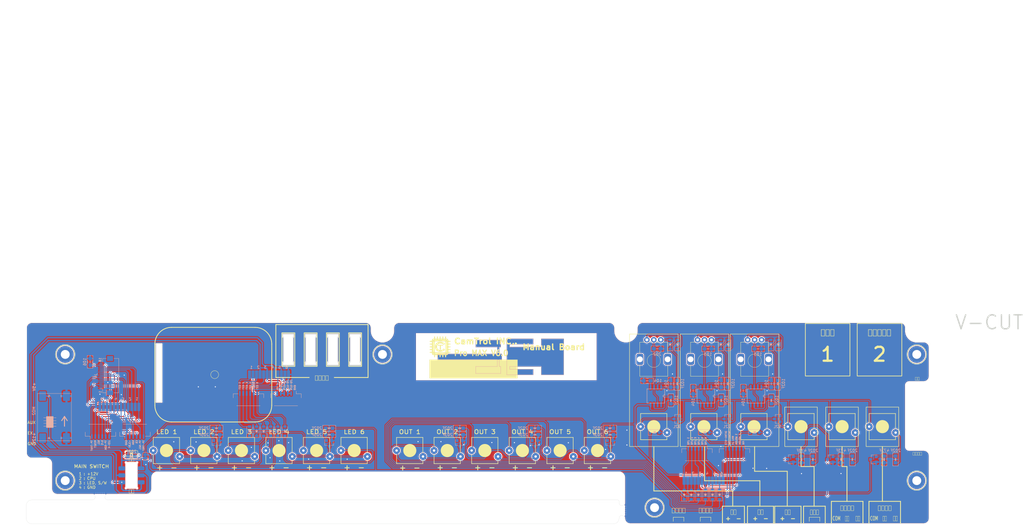
<source format=kicad_pcb>
(kicad_pcb (version 20240108) (generator "pcbnew") (generator_version "8.0")
  (layers (0 "F.Cu" signal) (31 "B.Cu" signal) (34 "B.Paste" user) (35 "F.Paste" user) (36 "B.SilkS" user "B.Silkscreen") (37 "F.SilkS" user "F.Silkscreen") (38 "B.Mask" user) (39 "F.Mask" user) (44 "Edge.Cuts" user))
  (net 0 "")
  (net 1 "GNDPWR")
  (net 2 "Net-(U1-THR)")
  (net 3 "Net-(U2-THR)")
  (net 4 "Net-(U3-THR)")
  (net 5 "Net-(U1-CV)")
  (net 6 "Net-(U2-CV)")
  (net 7 "Net-(U3-CV)")
  (net 8 "Net-(D1-A)")
  (net 9 "+12V")
  (net 10 "Net-(D1-K)")
  (net 11 "/LED 01")
  (net 12 "/LED 02")
  (net 13 "/LED 03")
  (net 14 "/LED 04")
  (net 15 "Net-(D2-A)")
  (net 16 "Net-(D2-K)")
  (net 17 "/OUT 01")
  (net 18 "/OUT 02")
  (net 19 "/OUT 03")
  (net 20 "/OUT 04")
  (net 21 "Net-(D3-A)")
  (net 22 "Net-(D3-K)")
  (net 23 "Net-(D4-K)")
  (net 24 "Net-(D5-K)")
  (net 25 "Net-(D6-K)")
  (net 26 "Net-(D7-K)")
  (net 27 "Net-(D8-K)")
  (net 28 "Net-(D9-K)")
  (net 29 "Net-(D10-K)")
  (net 30 "Net-(D11-K)")
  (net 31 "Net-(D12-K)")
  (net 32 "Net-(D13-K)")
  (net 33 "Net-(D14-K)")
  (net 34 "Net-(D15-K)")
  (net 35 "Net-(D16-K)")
  (net 36 "Net-(D17-K)")
  (net 37 "Net-(D18-K)")
  (net 38 "Net-(D19-A)")
  (net 39 "CLN_VALVE")
  (net 40 "Net-(D20-A)")
  (net 41 "Net-(D21-A)")
  (net 42 "Net-(D22-A)")
  (net 43 "WST_VALVE")
  (net 44 "INVERTOR")
  (net 45 "/LED 05")
  (net 46 "/LED 06")
  (net 47 "Net-(JP1-A)")
  (net 48 "Net-(Q1-B)")
  (net 49 "/OUT 05")
  (net 50 "Net-(Q1-C)")
  (net 51 "Net-(Q2-B)")
  (net 52 "Net-(Q2-C)")
  (net 53 "Net-(Q3-B)")
  (net 54 "Net-(Q3-C)")
  (net 55 "Net-(Q4-B)")
  (net 56 "/OUT 06")
  (net 57 "Net-(Q4-C)")
  (net 58 "Net-(Q5-B)")
  (net 59 "Net-(Q5-C)")
  (net 60 "Net-(Q6-B)")
  (net 61 "Net-(Q6-C)")
  (net 62 "Net-(Q7-B)")
  (net 63 "Net-(Q7-C)")
  (net 64 "HT FAN")
  (net 65 "HM_1")
  (net 66 "HM_2")
  (net 67 "Net-(Q8-B)")
  (net 68 "Net-(Q8-C)")
  (net 69 "Net-(Q9-B)")
  (net 70 "Net-(Q10-B)")
  (net 71 "Net-(Q11-B)")
  (net 72 "Net-(U1-Q)")
  (net 73 "Net-(U2-Q)")
  (net 74 "Net-(U3-Q)")
  (net 75 "INVERTOR 2")
  (net 76 "MA-AUTO-IN")
  (net 77 "ST-7789V-LED_K")
  (net 78 "ST-7789V-D{slash}C")
  (net 79 "ST-7789V-CS")
  (net 80 "ST-7789V-SCL")
  (net 81 "ST-7789V-SDA")
  (net 82 "ST-7789V-RESET")
  (net 83 "ST-7789V-TP_SCL")
  (net 84 "ST-7789V-TP_SDA")
  (net 85 "ST-7789V-TP_TRST")
  (net 86 "ST-7789V-TP_TINT")
  (net 87 "MA-AUTO-OUT")
  (net 88 "+3.3V")
  (net 89 "+1.8V")
  (net 90 "Net-(SW16A-B)")
  (net 91 "Net-(SW17A-B)")
  (net 92 "Net-(SW18A-B)")
  (footprint "Server.pretty:8.5x8.5_Push_Lock" (layer "F.Cu") (at 141.475 195.49)
    (property "Reference" "SW4" (hide yes))
    (property "Value" "YSS-1201" (hide yes))
  )
  (footprint "Server.pretty:RV09H" (layer "F.Cu") (at 294.365 163.005 180)
    (property "Reference" "RV2" (hide yes))
    (property "Value" "50K" (hide yes))
  )
  (footprint "Server.pretty:FUSE-Holder-mini" (layer "F.Cu") (at 144.82 159.210197 90)
    (property "Reference" "SF1" (hide yes))
    (property "Value" "FUSE" (hide yes))
    (fp_line (start 5.5 -1.9) (end 4.5 -1.9) (stroke (width 0.12)) (layer "Edge.Cuts"))
    (fp_line (start 5.5 -1.9) (end 5.5 1.9) (stroke (width 0.12)) (layer "Edge.Cuts"))
    (fp_line (start -5.5 -1.9) (end -4.5 -1.9) (stroke (width 0.12)) (layer "Edge.Cuts"))
    (fp_line (start -5.5 -1.9) (end -5.5 1.9) (stroke (width 0.12)) (layer "Edge.Cuts"))
    (fp_line (start 4.5 -1.65) (end 4.5 -1.9) (stroke (width 0.12)) (layer "Edge.Cuts"))
    (fp_line (start -4.5 -1.65) (end -4.5 -1.9) (stroke (width 0.12)) (layer "Edge.Cuts"))
    (fp_line (start -4.5 -1.65) (end 4.5 -1.65) (stroke (width 0.12)) (layer "Edge.Cuts"))
    (fp_line (start 4.5 1.65) (end 4.5 1.9) (stroke (width 0.12)) (layer "Edge.Cuts"))
    (fp_line (start -4.5 1.65) (end 4.5 1.65) (stroke (width 0.12)) (layer "Edge.Cuts"))
    (fp_line (start -4.5 1.65) (end -4.5 1.9) (stroke (width 0.12)) (layer "Edge.Cuts"))
    (fp_line (start 4.5 1.9) (end 5.5 1.9) (stroke (width 0.12)) (layer "Edge.Cuts"))
    (fp_line (start -5.5 1.9) (end -4.5 1.9) (stroke (width 0.12)) (layer "Edge.Cuts"))
  )
  (footprint "Server.pretty:8.5x8.5_Push_Lock" (layer "F.Cu") (at 228.925 195.49)
    (property "Reference" "SW13" (hide yes))
    (property "Value" "YSS-1201" (hide yes))
  )
  (footprint "Server.pretty:YSS-1201" (layer "F.Cu") (at 88.45 204.4)
    (property "Reference" "SW19" (hide yes))
    (property "Value" "YSS-1201" (hide yes))
    (fp_line (start -2 -4.38) (end -2 4.380001) (stroke (width 0.05)) (layer "Edge.Cuts"))
    (fp_line (start -1.78 -4.6) (end 1.78 -4.600001) (stroke (width 0.05)) (layer "Edge.Cuts"))
    (fp_line (start -1.78 4.600001) (end 1.780001 4.6) (stroke (width 0.05)) (layer "Edge.Cuts"))
    (fp_line (start 2 -4.380001) (end 2.000001 4.38) (stroke (width 0.05)) (layer "Edge.Cuts"))
    (fp_arc (start -2 -4.38) (mid -2.155563 -4.755563) (end -1.78 -4.6) (stroke (width 0.05)) (layer "Edge.Cuts"))
    (fp_arc (start -1.78 4.600001) (mid -2.155563 4.755564) (end -2 4.380001) (stroke (width 0.05)) (layer "Edge.Cuts"))
    (fp_arc (start 1.78 -4.600001) (mid 2.155564 -4.755563) (end 2 -4.380001) (stroke (width 0.05)) (layer "Edge.Cuts"))
    (fp_arc (start 2.000001 4.38) (mid 2.155563 4.755564) (end 1.780001 4.6) (stroke (width 0.05)) (layer "Edge.Cuts"))
  )
  (footprint "Server.pretty:8.5x8.5_Push_Lock" (layer "F.Cu") (at 242.475 195.49)
    (property "Reference" "SW14" (hide yes))
    (property "Value" "YSS-1201" (hide yes))
  )
  (footprint "Server.pretty:FUSE-Holder-mini" (layer "F.Cu") (at 168.82 159.210197 90)
    (property "Reference" "SF4" (hide yes))
    (property "Value" "FUSE" (hide yes))
    (fp_line (start 5.5 -1.9) (end 4.5 -1.9) (stroke (width 0.12)) (layer "Edge.Cuts"))
    (fp_line (start 5.5 -1.9) (end 5.5 1.9) (stroke (width 0.12)) (layer "Edge.Cuts"))
    (fp_line (start -5.5 -1.9) (end -4.5 -1.9) (stroke (width 0.12)) (layer "Edge.Cuts"))
    (fp_line (start -5.5 -1.9) (end -5.5 1.9) (stroke (width 0.12)) (layer "Edge.Cuts"))
    (fp_line (start 4.5 -1.65) (end 4.5 -1.9) (stroke (width 0.12)) (layer "Edge.Cuts"))
    (fp_line (start -4.5 -1.65) (end -4.5 -1.9) (stroke (width 0.12)) (layer "Edge.Cuts"))
    (fp_line (start -4.5 -1.65) (end 4.5 -1.65) (stroke (width 0.12)) (layer "Edge.Cuts"))
    (fp_line (start 4.5 1.65) (end 4.5 1.9) (stroke (width 0.12)) (layer "Edge.Cuts"))
    (fp_line (start -4.5 1.65) (end 4.5 1.65) (stroke (width 0.12)) (layer "Edge.Cuts"))
    (fp_line (start -4.5 1.65) (end -4.5 1.9) (stroke (width 0.12)) (layer "Edge.Cuts"))
    (fp_line (start 4.5 1.9) (end 5.5 1.9) (stroke (width 0.12)) (layer "Edge.Cuts"))
    (fp_line (start -5.5 1.9) (end -4.5 1.9) (stroke (width 0.12)) (layer "Edge.Cuts"))
  )
  (footprint "Server.pretty:MountingHole_3.2mm_M3-pcb" (layer "F.Cu") (at 370.64 206.3)
    (property "Reference" "H7" (hide yes))
    (property "Value" "MH" (hide yes))
  )
  (footprint "Server.pretty:LED_0805" (layer "F.Cu") (at 88.425 196.55)
    (property "Reference" "D19" (hide yes))
    (property "Value" "MANUAL" (hide yes))
  )
  (footprint "Server.pretty:8.5x8.5_Push_Lock" (layer "F.Cu") (at 312.14 186.905)
    (property "Reference" "SW9" (hide yes))
    (property "Value" "YSS-1201" (hide yes))
  )
  (footprint "Server.pretty:FUSE-Holder-mini" (layer "F.Cu") (at 160.82 159.210197 90)
    (property "Reference" "SF3" (hide yes))
    (property "Value" "FUSE" (hide yes))
    (fp_line (start 5.5 -1.9) (end 4.5 -1.9) (stroke (width 0.12)) (layer "Edge.Cuts"))
    (fp_line (start 5.5 -1.9) (end 5.5 1.9) (stroke (width 0.12)) (layer "Edge.Cuts"))
    (fp_line (start -5.5 -1.9) (end -4.5 -1.9) (stroke (width 0.12)) (layer "Edge.Cuts"))
    (fp_line (start -5.5 -1.9) (end -5.5 1.9) (stroke (width 0.12)) (layer "Edge.Cuts"))
    (fp_line (start 4.5 -1.65) (end 4.5 -1.9) (stroke (width 0.12)) (layer "Edge.Cuts"))
    (fp_line (start -4.5 -1.65) (end -4.5 -1.9) (stroke (width 0.12)) (layer "Edge.Cuts"))
    (fp_line (start -4.5 -1.65) (end 4.5 -1.65) (stroke (width 0.12)) (layer "Edge.Cuts"))
    (fp_line (start 4.5 1.65) (end 4.5 1.9) (stroke (width 0.12)) (layer "Edge.Cuts"))
    (fp_line (start -4.5 1.65) (end 4.5 1.65) (stroke (width 0.12)) (layer "Edge.Cuts"))
    (fp_line (start -4.5 1.65) (end -4.5 1.9) (stroke (width 0.12)) (layer "Edge.Cuts"))
    (fp_line (start 4.5 1.9) (end 5.5 1.9) (stroke (width 0.12)) (layer "Edge.Cuts"))
    (fp_line (start -5.5 1.9) (end -4.5 1.9) (stroke (width 0.12)) (layer "Edge.Cuts"))
  )
  (footprint "Server.pretty:MountingHole_3.2mm_M3-pcb" (layer "F.Cu") (at 178.64 160.95)
    (property "Reference" "H6" (hide yes))
    (property "Value" "MH" (hide yes))
  )
  (footprint "Server.pretty:MountingHole_3.2mm_M3-pcb" (layer "F.Cu") (at 370.64 160.95)
    (property "Reference" "H4" (hide yes))
    (property "Value" "MH" (hide yes))
  )
  (footprint "Server.pretty:8.5x8.5_Push_Lock" (layer "F.Cu") (at 215.425 195.49)
    (property "Reference" "SW12" (hide yes))
    (property "Value" "YSS-1201" (hide yes))
  )
  (footprint "Server.pretty:8.5x8.5_Push_Lock" (layer "F.Cu") (at 101.02 195.49)
    (property "Reference" "SW1" (hide yes))
    (property "Value" "YSS-1201" (hide yes))
  )
  (footprint "Server.pretty:MountingHole_3.2mm_M3-pcb" (layer "F.Cu") (at 64.64 160.95)
    (property "Reference" "H1" (hide yes))
    (property "Value" "MH" (hide yes))
  )
  (footprint "Server.pretty:MountingHole_3.2mm_M3-pcb" (layer "F.Cu") (at 64.64 206.3)
    (property "Reference" "H5" (hide yes))
    (property "Value" "MH" (hide yes))
  )
  (footprint "Server.pretty:8.5x8.5_Push_Lock" (layer "F.Cu") (at 343.8 186.9)
    (property "Reference" "SW16" (hide yes))
    (property "Value" "YSS-1201" (hide yes))
  )
  (footprint "Server.pretty:MountingHole_3.2mm_M3-pcb" (layer "F.Cu") (at 276.415 216.015)
    (property "Reference" "H2" (hide yes))
    (property "Value" "MH" (hide yes))
  )
  (footprint "Server.pretty:FUSE-Holder-mini" (layer "F.Cu") (at 152.82 159.210197 90)
    (property "Reference" "SF2" (hide yes))
    (property "Value" "FUSE" (hide yes))
    (fp_line (start 5.5 -1.9) (end 4.5 -1.9) (stroke (width 0.12)) (layer "Edge.Cuts"))
    (fp_line (start 5.5 -1.9) (end 5.5 1.9) (stroke (width 0.12)) (layer "Edge.Cuts"))
    (fp_line (start -5.5 -1.9) (end -4.5 -1.9) (stroke (width 0.12)) (layer "Edge.Cuts"))
    (fp_line (start -5.5 -1.9) (end -5.5 1.9) (stroke (width 0.12)) (layer "Edge.Cuts"))
    (fp_line (start 4.5 -1.65) (end 4.5 -1.9) (stroke (width 0.12)) (layer "Edge.Cuts"))
    (fp_line (start -4.5 -1.65) (end -4.5 -1.9) (stroke (width 0.12)) (layer "Edge.Cuts"))
    (fp_line (start -4.5 -1.65) (end 4.5 -1.65) (stroke (width 0.12)) (layer "Edge.Cuts"))
    (fp_line (start 4.5 1.65) (end 4.5 1.9) (stroke (width 0.12)) (layer "Edge.Cuts"))
    (fp_line (start -4.5 1.65) (end 4.5 1.65) (stroke (width 0.12)) (layer "Edge.Cuts"))
    (fp_line (start -4.5 1.65) (end -4.5 1.9) (stroke (width 0.12)) (layer "Edge.Cuts"))
    (fp_line (start 4.5 1.9) (end 5.5 1.9) (stroke (width 0.12)) (layer "Edge.Cuts"))
    (fp_line (start -5.5 1.9) (end -4.5 1.9) (stroke (width 0.12)) (layer "Edge.Cuts"))
  )
  (footprint "Server.pretty:ST7789V" (layer "F.Cu") (at 118.35 168.23 -90)
    (property "Reference" "U4" (hide yes))
    (property "Value" "1.3 OLED" (hide yes))
    (fp_rect (start -11.1 19) (end 9.9 21) (stroke (width 0.12)) (fill none) (layer "Edge.Cuts"))
  )
  (footprint "Server.pretty:logo" (layer "F.Cu") (at 199.363024 158.203946)
    (property "Reference" "G***" (hide yes))
    (property "Value" "LOGO" (hide yes))
  )
  (footprint "Server.pretty:8.5x8.5_Push_Lock" (layer "F.Cu") (at 294.14 186.905)
    (property "Reference" "SW8" (hide yes))
    (property "Value" "YSS-1201" (hide yes))
  )
  (footprint "Server.pretty:8.5x8.5_Push_Lock" (layer "F.Cu") (at 329.05 186.9)
    (property "Reference" "SW18" (hide yes))
    (property "Value" "YSS-1201" (hide yes))
  )
  (footprint "Server.pretty:8.5x8.5_Push_Lock" (layer "F.Cu") (at 276.14 186.905)
    (property "Reference" "SW7" (hide yes))
    (property "Value" "YSS-1201" (hide yes))
  )
  (footprint "Server.pretty:8.5x8.5_Push_Lock" (layer "F.Cu") (at 201.925 195.49)
    (property "Reference" "SW11" (hide yes))
    (property "Value" "YSS-1201" (hide yes))
  )
  (footprint "Server.pretty:8.5x8.5_Push_Lock" (layer "F.Cu") (at 127.975 195.49)
    (property "Reference" "SW3" (hide yes))
    (property "Value" "YSS-1201" (hide yes))
  )
  (footprint "Panelization.pretty:mouse-bite-3mm-slot" (layer "F.Cu") (at 77.15 212.25)
    (property "Reference" "mouse-bite-2mm-slot" (hide yes))
    (property "Value" "VAL**" (hide yes))
    (fp_arc (start -2.762 -1) (mid -1.762 0) (end -2.762 1) (stroke (width 0.05)) (layer "Edge.Cuts"))
    (fp_arc (start 2.762 1) (mid 1.762 0) (end 2.762 -1) (stroke (width 0.05)) (layer "Edge.Cuts"))
  )
  (footprint "Server.pretty:RV09H" (layer "F.Cu") (at 276.14 163.005 180)
    (property "Reference" "RV1" (hide yes))
    (property "Value" "50K" (hide yes))
  )
  (footprint "Server.pretty:8.5x8.5_Push_Lock" (layer "F.Cu") (at 188.455 195.49)
    (property "Reference" "SW10" (hide yes))
    (property "Value" "YSS-1201" (hide yes))
  )
  (footprint "Panelization.pretty:mouse-bite-3mm-slot" (layer "F.Cu") (at 264.65 217.056 -90)
    (property "Reference" "mouse-bite-2mm-slot" (hide yes))
    (property "Value" "VAL**" (hide yes))
    (fp_arc (start 2.762 1) (mid 1.762 0) (end 2.762 -1) (stroke (width 0.05)) (layer "Edge.Cuts"))
    (fp_arc (start -2.762 -1) (mid -1.762 0) (end -2.762 1) (stroke (width 0.05)) (layer "Edge.Cuts"))
  )
  (footprint "Server.pretty:8.5x8.5_Push_Lock" (layer "F.Cu") (at 255.925 195.49)
    (property "Reference" "SW15" (hide yes))
    (property "Value" "YSS-1201" (hide yes))
  )
  (footprint "Server.pretty:8.5x8.5_Push_Lock" (layer "F.Cu") (at 154.975 195.49)
    (property "Reference" "SW5" (hide yes))
    (property "Value" "YSS-1201" (hide yes))
  )
  (footprint "Server.pretty:RV09H" (layer "F.Cu") (at 312.365 163.005 180)
    (property "Reference" "RV3" (hide yes))
    (property "Value" "50K" (hide yes))
  )
  (footprint "Server.pretty:8.5x8.5_Push_Lock" (layer "F.Cu") (at 358.285 186.9)
    (property "Reference" "SW17" (hide yes))
    (property "Value" "YSS-1201" (hide yes))
  )
  (footprint "Server.pretty:8.5x8.5_Push_Lock" (layer "F.Cu") (at 168.475 195.49)
    (property "Reference" "SW6" (hide yes))
    (property "Value" "YSS-1201" (hide yes))
  )
  (footprint "Server.pretty:8.5x8.5_Push_Lock" (layer "F.Cu") (at 114.475 195.49)
    (property "Reference" "SW2" (hide yes))
    (property "Value" "YSS-1201" (hide yes))
  )
  (footprint "Server.pretty:D_SOD-123" (layer "B.Cu") (at 300.24 157.355 90)
    (property "Reference" "D2" (hide yes))
    (property "Value" "type=\"D\" model=\"1N4148W\" lib=\"\"" (hide yes))
  )
  (footprint "Server.pretty:D_SOD-123" (layer "B.Cu") (at 289.607 211.375 90)
    (property "Reference" "D14" (hide yes))
    (property "Value" "type=\"D\" model=\"1N4148W\" lib=\"\"" (hide yes))
  )
  (footprint "Connector_JST:JST_GH_SM06B-GHS-TB_1x06-1MP_P1.25mm_Horizontal" (layer "B.Cu") (at 143.965 176.84 180)
    (property "Reference" "J10" (hide yes))
    (property "Value" "Conn_01x06_Pin" (hide yes))
  )
  (footprint "Server.pretty:NE555" (layer "B.Cu") (at 276.87 175.895 90)
    (property "Reference" "U1" (hide yes))
    (property "Value" "NA555D" (hide yes))
  )
  (footprint "Server.pretty:C_0805_HandSoldering" (layer "B.Cu") (at 273.745 170.42)
    (property "Reference" "C4" (hide yes))
    (property "Value" "104")
  )
  (footprint "Server.pretty:C_0805_HandSoldering" (layer "B.Cu") (at 318.375 171.495 -90)
    (property "Reference" "C9" (hide yes))
    (property "Value" "104")
  )
  (footprint "Server.pretty:SMD_CONN_1x12_P1.270mm" (layer "B.Cu") (at 287.067 206.295)
    (property "Reference" "J2" (hide yes))
    (property "Value" "Conn_01x12_Male" (hide yes))
  )
  (footprint "Server.pretty:NE555" (layer "B.Cu") (at 294.87 175.895 90)
    (property "Reference" "U2" (hide yes))
    (property "Value" "NA555D" (hide yes))
  )
  (footprint "Server.pretty:R_0805_HandSoldering" (layer "B.Cu") (at 159.475 187.46 180)
    (property "Reference" "R2" (hide yes))
    (property "Value" "202F")
  )
  (footprint "Server.pretty:D_SOD-123" (layer "B.Cu") (at 287.067 211.375 90)
    (property "Reference" "D13" (hide yes))
    (property "Value" "type=\"D\" model=\"1N4148W\" lib=\"\"" (hide yes))
  )
  (footprint "Server.pretty:D_SOD-123" (layer "B.Cu") (at 294.687 211.375 90)
    (property "Reference" "D16" (hide yes))
    (property "Value" "type=\"D\" model=\"1N4148W\" lib=\"\"" (hide yes))
  )
  (footprint "Server.pretty:SOT-23" (layer "B.Cu") (at 233.425 192.88 -90)
    (property "Reference" "Q7" (hide yes))
    (property "Value" "MMBTA42L" (hide yes))
  )
  (footprint "Server.pretty:D_SOD-123" (layer "B.Cu") (at 294.45 188.955)
    (property "Reference" "D20" (hide yes))
    (property "Value" "type=\"D\" model=\"1N4148W\" lib=\"\"" (hide yes))
  )
  (footprint "Server.pretty:D_SOD-123" (layer "B.Cu") (at 133.407 188.545 90)
    (property "Reference" "D8" (hide yes))
    (property "Value" "type=\"D\" model=\"1N4148W\" lib=\"\"" (hide yes))
  )
  (footprint "Server.pretty:C_0805_HandSoldering" (layer "B.Cu") (at 73.59 163.62 -90)
    (property "Reference" "C10" (hide yes))
    (property "Value" "106")
  )
  (footprint "Server.pretty:R_0805_HandSoldering" (layer "B.Cu") (at 260.425 189.81)
    (property "Reference" "R19" (hide yes))
    (property "Value" "203F")
  )
  (footprint "Server.pretty:SOT-23" (layer "B.Cu") (at 284.44 184.14 180)
    (property "Reference" "Q3" (hide yes))
    (property "Value" "92L")
  )
  (footprint "Server.pretty:R_0805_HandSoldering" (layer "B.Cu") (at 206.425 187.46 180)
    (property "Reference" "R14" (hide yes))
    (property "Value" "202F")
  )
  (footprint "Server.pretty:D_SOD-123" (layer "B.Cu") (at 302.85 157.355 90)
    (property "Reference" "D5" (hide yes))
    (property "Value" "type=\"D\" model=\"1N4148W\" lib=\"\"" (hide yes))
  )
  (footprint "Server.pretty:D_SOD-123" (layer "B.Cu") (at 292.147 211.375 90)
    (property "Reference" "D15" (hide yes))
    (property "Value" "type=\"D\" model=\"1N4148W\" lib=\"\"" (hide yes))
  )
  (footprint "Server.pretty:C_0805_HandSoldering" (layer "B.Cu") (at 308.295 173.965 90)
    (property "Reference" "C6" (hide yes))
    (property "Value" "104")
  )
  (footprint "Server.pretty:C_0805_HandSoldering" (layer "B.Cu") (at 282.27 171.495 -90)
    (property "Reference" "C8" (hide yes))
    (property "Value" "104")
  )
  (footprint "Server.pretty:Hirose_FH12-18S-0.5SH_1x18-1MP_P0.50mm_Horizontal_ST7789V3-TC" (layer "B.Cu") (at 79.35 168.57 -90)
    (property "Reference" "J4")
    (property "Value" "Conn_01x12_Male" (hide yes))
  )
  (footprint "Server.pretty:D_SOD-123" (layer "B.Cu") (at 318.24 157.355 90)
    (property "Reference" "D3" (hide yes))
    (property "Value" "type=\"D\" model=\"1N4148W\" lib=\"\"" (hide yes))
  )
  (footprint "Server.pretty:D_SOD-123" (layer "B.Cu") (at 299.767 211.37 90)
    (property "Reference" "D18" (hide yes))
    (property "Value" "type=\"D\" model=\"1N4148W\" lib=\"\"" (hide yes))
  )
  (footprint "Server.pretty:R_0805_HandSoldering" (layer "B.Cu") (at 358.9 198.675 -90)
    (property "Reference" "R24" (hide yes))
    (property "Value" "473F")
  )
  (footprint "Server.pretty:C_0805_HandSoldering" (layer "B.Cu") (at 300.37 171.495 -90)
    (property "Reference" "C7" (hide yes))
    (property "Value" "104")
  )
  (footprint "Connector_JST:JST_GH_SM06B-GHS-TB_1x06-1MP_P1.25mm_Horizontal" (layer "B.Cu") (at 77.315 188.62)
    (property "Reference" "J8" (hide yes))
    (property "Value" "Conn_01x06_Pin" (hide yes))
  )
  (footprint "Server.pretty:R_0805_HandSoldering" (layer "B.Cu") (at 88.42 197.62)
    (property "Reference" "R22" (hide yes))
    (property "Value" "203F")
  )
  (footprint "Server.pretty:R_0805_HandSoldering" (layer "B.Cu") (at 282.27 177.47 90)
    (property "Reference" "R8" (hide yes))
    (property "Value" "102F")
  )
  (footprint "Server.pretty:D_SOD-123" (layer "B.Cu") (at 320.87 157.34 90)
    (property "Reference" "D6" (hide yes))
    (property "Value" "type=\"D\" model=\"1N4148W\" lib=\"\"" (hide yes))
  )
  (footprint "Server.pretty:R_0805_HandSoldering" (layer "B.Cu") (at 284.57 171.495 90)
    (property "Reference" "R5" (hide yes))
    (property "Value" "102F")
  )
  (footprint "Server.pretty:R_0805_HandSoldering" (layer "B.Cu") (at 300.37 177.47 90)
    (property "Reference" "R9" (hide yes))
    (property "Value" "102F")
  )
  (footprint "Server.pretty:R_0805_HandSoldering" (layer "B.Cu") (at 343.39 198.675 -90)
    (property "Reference" "R21" (hide yes))
    (property "Value" "473F")
  )
  (footprint "Server.pretty:SMD_CONN_1x12_P1.270mm" (layer "B.Cu") (at 130.865 168.17)
    (property "Reference" "J1" (hide yes))
    (property "Value" "Conn_01x12_Male" (hide yes))
  )
  (footprint "Server.pretty:R_0805_HandSoldering" (layer "B.Cu") (at 363 198.675 -90)
    (property "Reference" "R23" (hide yes))
    (property "Value" "202F")
  )
  (footprint "Server.pretty:D_SOD-123" (layer "B.Cu") (at 141.027 188.545 90)
    (property "Reference" "D11" (hide yes))
    (property "Value" "type=\"D\" model=\"1N4148W\" lib=\"\"" (hide yes))
  )
  (footprint "Server.pretty:R_0805_HandSoldering" (layer "B.Cu") (at 206.425 189.81)
    (property "Reference" "R17" (hide yes))
    (property "Value" "203F")
  )
  (footprint "Server.pretty:D_SOD-123" (layer "B.Cu") (at 276.45 188.955)
    (property "Reference" "D21" (hide yes))
    (property "Value" "type=\"D\" model=\"1N4148W\" lib=\"\"" (hide yes))
  )
  (footprint "Server.pretty:C_0805_HandSoldering" (layer "B.Cu") (at 313.59 158.945 180)
    (property "Reference" "C3" (hide yes))
    (property "Value" "103")
  )
  (footprint "Server.pretty:R_0805_HandSoldering" (layer "B.Cu") (at 233.425 187.46 180)
    (property "Reference" "R15" (hide yes))
    (property "Value" "202F")
  )
  (footprint "Server.pretty:SOT-23" (layer "B.Cu") (at 339.54 198.675 180)
    (property "Reference" "Q9" (hide yes))
    (property "Value" "MMBTA42L" (hide yes))
  )
  (footprint "Server.pretty:C_0805_HandSoldering" (layer "B.Cu") (at 290.295 173.97 90)
    (property "Reference" "C5" (hide yes))
    (property "Value" "104")
  )
  (footprint "Server.pretty:SOT-23" (layer "B.Cu") (at 206.425 192.88 -90)
    (property "Reference" "Q6" (hide yes))
    (property "Value" "MMBTA42L" (hide yes))
  )
  (footprint "Server.pretty:SOT-23" (layer "B.Cu") (at 260.425 192.88 -90)
    (property "Reference" "Q8" (hide yes))
    (property "Value" "MMBTA42L" (hide yes))
  )
  (footprint "Connector_JST:JST_GH_SM06B-GHS-TB_1x06-1MP_P1.25mm_Horizontal" (layer "B.Cu") (at 89.685 188.62)
    (property "Reference" "J9" (hide yes))
    (property "Value" "Conn_01x06_Pin" (hide yes))
  )
  (footprint "Server.pretty:R_0805_HandSoldering" (layer "B.Cu") (at 118.975 189.81)
    (property "Reference" "R3" (hide yes))
    (property "Value" "203F")
  )
  (footprint "Server.pretty:R_0805_HandSoldering" (layer "B.Cu") (at 260.425 187.46 180)
    (property "Reference" "R16" (hide yes))
    (property "Value" "202F")
  )
  (footprint "Server.pretty:R_0805_HandSoldering" (layer "B.Cu") (at 347.49 198.675 90)
    (property "Reference" "R20" (hide yes))
    (property "Value" "202F")
  )
  (footprint "Server.pretty:SOT-23" (layer "B.Cu") (at 325.29 198.655 180)
    (property "Reference" "Q11" (hide yes))
    (property "Value" "MMBTA42L" (hide yes))
  )
  (footprint "Connector_JST:JST_GH_SM06B-GHS-TB_1x06-1MP_P1.25mm_Horizontal" (layer "B.Cu") (at 130.475 176.84 180)
    (property "Reference" "J7" (hide yes))
    (property "Value" "Conn_01x06_Pin" (hide yes))
  )
  (footprint "Server.pretty:D_SOD-123" (layer "B.Cu") (at 282.015 157.355 90)
    (property "Reference" "D1" (hide yes))
    (property "Value" "type=\"D\" model=\"1N4148W\" lib=\"\"" (hide yes))
  )
  (footprint "Server.pretty:R_0805_HandSoldering" (layer "B.Cu") (at 320.665 171.495 90)
    (property "Reference" "R7" (hide yes))
    (property "Value" "102F")
  )
  (footprint "Server.pretty:SOT-23" (layer "B.Cu") (at 118.975 192.88 -90)
    (property "Reference" "Q1" (hide yes))
    (property "Value" "MMBTA42L" (hide yes))
  )
  (footprint "Server.pretty:R_0805_HandSoldering" (layer "B.Cu") (at 233.425 189.81)
    (property "Reference" "R18" (hide yes))
    (property "Value" "203F")
  )
  (footprint "Server:IPX-ANTENA" (layer "B.Cu") (at 221.84 161.8)
    (property "Reference" "A1" (hide yes))
    (property "Value" "IPX-ANTENA" (hide yes))
  )
  (footprint "Server.pretty:R_0805_HandSoldering" (layer "B.Cu") (at 302.67 171.495 90)
    (property "Reference" "R6" (hide yes))
    (property "Value" "102F")
  )
  (footprint "Server.pretty:SOT-23" (layer "B.Cu") (at 355.06 198.675 180)
    (property "Reference" "Q10" (hide yes))
    (property "Value" "MMBTA42L" (hide yes))
  )
  (footprint "Server:TZT-SMD" (layer "B.Cu") (at 58.87 181.245 90)
    (property "Reference" "MO2")
    (property "Value" "MP1584" (hide yes))
  )
  (footprint "Server.pretty:SOT-23" (layer "B.Cu") (at 159.475 192.88 -90)
    (property "Reference" "Q2" (hide yes))
    (property "Value" "MMBTA42L" (hide yes))
  )
  (footprint "Connector_JST:JST_GH_SM06B-GHS-TB_1x06-1MP_P1.25mm_Horizontal" (layer "B.Cu") (at 305.14 196.56 180)
    (property "Reference" "J12" (hide yes))
    (property "Value" "Conn_01x06_Pin" (hide yes))
  )
  (footprint "Server.pretty:R_0805_HandSoldering" (layer "B.Cu") (at 118.975 187.46 180)
    (property "Reference" "R1" (hide yes))
    (property "Value" "202F")
  )
  (footprint "Server.pretty:SMD_CONN_1x12_P1.270mm" (layer "B.Cu") (at 91.075 179.81 180)
    (property "Reference" "J3" (hide yes))
    (property "Value" "Conn_01x12_Male" (hide yes))
  )
  (footprint "Server.pretty:C_0805_HandSoldering" (layer "B.Cu") (at 277.39 158.905 180)
    (property "Reference" "C1" (hide yes))
    (property "Value" "202")
  )
  (footprint "Server.pretty:D_SOD-123" (layer "B.Cu") (at 297.227 211.375 90)
    (property "Reference" "D17" (hide yes))
    (property "Value" "type=\"D\" model=\"1N4148W\" lib=\"\"" (hide yes))
  )
  (footprint "Server.pretty:C_0805_HandSoldering" (layer "B.Cu") (at 295.615 158.945 180)
    (property "Reference" "C2" (hide yes))
    (property "Value" "103")
  )
  (footprint "Server.pretty:SOT-23" (layer "B.Cu") (at 302.44 184.14 180)
    (property "Reference" "Q4" (hide yes))
    (property "Value" "92L")
  )
  (footprint "Server.pretty:D_SOD-123" (layer "B.Cu") (at 312.4 188.955)
    (property "Reference" "D22" (hide yes))
    (property "Value" "type=\"D\" model=\"1N4148W\" lib=\"\"" (hide yes))
  )
  (footprint "Server.pretty:D_SOD-123" (layer "B.Cu") (at 143.567 188.545 90)
    (property "Reference" "D12" (hide yes))
    (property "Value" "type=\"D\" model=\"1N4148W\" lib=\"\"" (hide yes))
  )
  (footprint "Server.pretty:R_0805_HandSoldering" (layer "B.Cu") (at 159.475 189.81)
    (property "Reference" "R4" (hide yes))
    (property "Value" "203F")
  )
  (footprint "Server.pretty:NE555" (layer "B.Cu") (at 312.875 175.895 90)
    (property "Reference" "U3" (hide yes))
    (property "Value" "NA555D" (hide yes))
  )
  (footprint "Connector_JST:JST_GH_SM06B-GHS-TB_1x06-1MP_P1.25mm_Horizontal" (layer "B.Cu") (at 291.64 196.56 180)
    (property "Reference" "J11" (hide yes))
    (property "Value" "Conn_01x06_Pin" (hide yes))
  )
  (footprint "Server.pretty:D_SOD-123" (layer "B.Cu") (at 138.487 188.545 90)
    (property "Reference" "D10" (hide yes))
    (property "Value" "type=\"D\" model=\"1N4148W\" lib=\"\"" (hide yes))
  )
  (footprint "Server.pretty:SOT-23" (layer "B.Cu") (at 320.54 184.14 180)
    (property "Reference" "Q5" (hide yes))
    (property "Value" "92L")
  )
  (footprint "Server.pretty:R_0805_HandSoldering" (layer "B.Cu") (at 318.375 177.475 90)
    (property "Reference" "R10" (hide yes))
    (property "Value" "102F")
  )
  (footprint "Server.pretty:R_0805_HandSoldering" (layer "B.Cu") (at 329.2 198.705 -90)
    (property "Reference" "R26" (hide yes))
    (property "Value" "473F")
  )
  (footprint "Server.pretty:R_0805_HandSoldering" (layer "B.Cu") (at 333.3 198.705 -90)
    (property "Reference" "R25" (hide yes))
    (property "Value" "202F")
  )
  (footprint "Server.pretty:D_SOD-123" (layer "B.Cu") (at 284.67 157.35 90)
    (property "Reference" "D4" (hide yes))
    (property "Value" "type=\"D\" model=\"1N4148W\" lib=\"\"" (hide yes))
  )
  (footprint "Solder_Jumper.pretty:SolderJumper-2_P1.3mm_Bridged_RoundedPad1.0x1.5mm" (layer "B.Cu") (at 93.4 197.55 90)
    (property "Reference" "JP1" (hide yes))
    (property "Value" "SolderJumper" (hide yes))
  )
  (footprint "Server.pretty:D_SOD-123" (layer "B.Cu") (at 130.867 188.545 90)
    (property "Reference" "D7" (hide yes))
    (property "Value" "type=\"D\" model=\"1N4148W\" lib=\"\"" (hide yes))
  )
  (footprint "Server.pretty:D_SOD-123" (layer "B.Cu") (at 135.947 188.545 90)
    (property "Reference" "D9" (hide yes))
    (property "Value" "type=\"D\" model=\"1N4148W\" lib=\"\"" (hide yes))
  )
  (gr_line (start 283.15 220.95) (end 283.15 219.45) (stroke (width 0.15)) (layer "F.SilkS"))
  (gr_line (start 339.95 213.75) (end 351.3 213.75) (stroke (width 0.3)) (layer "F.SilkS"))
  (gr_line (start 276.15 210) (end 304.5 210) (stroke (width 0.3)) (layer "F.SilkS"))
  (gr_rect (start 285.64 153.63) (end 303.1 194.055) (stroke (width 0.18)) (fill none) (layer "F.SilkS"))
  (gr_line (start 161.33 169.24) (end 173.47 169.24) (stroke (width 0.3)) (layer "F.SilkS"))
  (gr_line (start 286.95 219.45) (end 286.95 220.95) (stroke (width 0.15)) (layer "F.SilkS"))
  (gr_line (start 300.8 215.5) (end 300.8 221.65) (stroke (width 0.3)) (layer "F.SilkS"))
  (gr_line (start 353.45 213.75) (end 364.8 213.75) (stroke (width 0.3)) (layer "F.SilkS"))
  (gr_line (start 312.37 202.95) (end 324.1 202.95) (stroke (width 0.3)) (layer "F.SilkS"))
  (gr_line (start 276.15 210) (end 276.15 194.11) (stroke (width 0.3)) (layer "F.SilkS"))
  (gr_line (start 300.8 215.5) (end 308.7 215.5) (stroke (width 0.3)) (layer "F.SilkS"))
  (gr_line (start 339.95 213.75) (end 339.95 221.65) (stroke (width 0.3)) (layer "F.SilkS"))
  (gr_rect (start 352.43 179.875) (end 364.14 194.055) (stroke (width 0.18)) (fill none) (layer "F.SilkS"))
  (gr_line (start 314.25 215.5) (end 314.25 206.35) (stroke (width 0.3)) (layer "F.SilkS"))
  (gr_rect (start 337.945 179.875) (end 349.655 194.055) (stroke (width 0.18)) (fill none) (layer "F.SilkS"))
  (gr_rect (start 267.42 153.63) (end 284.88 194.055) (stroke (width 0.18)) (fill none) (layer "F.SilkS"))
  (gr_line (start 312.37 202.95) (end 312.37 194.11) (stroke (width 0.3)) (layer "F.SilkS"))
  (gr_line (start 309.8 215.5) (end 309.8 221.65) (stroke (width 0.3)) (layer "F.SilkS"))
  (gr_line (start 324.1 215.5) (end 324.1 202.95) (stroke (width 0.3)) (layer "F.SilkS"))
  (gr_line (start 329.95 215.5) (end 337.75 215.5) (stroke (width 0.3)) (layer "F.SilkS"))
  (gr_line (start 345.55 201.25) (end 343.8 201.25) (stroke (width 0.3)) (layer "F.SilkS"))
  (gr_line (start 358.2825 213.74) (end 358.2825 194.12) (stroke (width 0.3)) (layer "F.SilkS"))
  (gr_line (start 309.8 215.5) (end 319.15 215.5) (stroke (width 0.3)) (layer "F.SilkS"))
  (gr_rect (start 349.24 149.83) (end 365.26 168.7) (stroke (width 0.25)) (fill none) (layer "F.SilkS"))
  (gr_line (start 283.15 219.45) (end 286.95 219.45) (stroke (width 0.15)) (layer "F.SilkS"))
  (gr_line (start 308.7 215.5) (end 308.7 221.65) (stroke (width 0.3)) (layer "F.SilkS"))
  (gr_line (start 333.75 215.5) (end 333.75 201.25) (stroke (width 0.3)) (layer "F.SilkS"))
  (gr_line (start 343.8 201.25) (end 343.8 194.12) (stroke (width 0.3)) (layer "F.SilkS"))
  (gr_line (start 333.75 201.25) (end 329.05 201.25) (stroke (width 0.3)) (layer "F.SilkS"))
  (gr_line (start 329.05 201.25) (end 329.05 194.12) (stroke (width 0.3)) (layer "F.SilkS"))
  (gr_line (start 329.95 215.5) (end 329.95 221.65) (stroke (width 0.3)) (layer "F.SilkS"))
  (gr_line (start 140.32 169.24) (end 152.3 169.24) (stroke (width 0.3)) (layer "F.SilkS"))
  (gr_line (start 364.8 213.75) (end 364.8 221.65) (stroke (width 0.3)) (layer "F.SilkS"))
  (gr_rect (start 195.575 162.92) (end 227.135 169.465) (stroke (width 0.15)) (fill solid) (layer "F.SilkS"))
  (gr_line (start 353.45 213.75) (end 353.45 221.65) (stroke (width 0.3)) (layer "F.SilkS"))
  (gr_line (start 332 220.95) (end 332 219.45) (stroke (width 0.15)) (layer "F.SilkS"))
  (gr_line (start 351.3 213.75) (end 351.3 221.65) (stroke (width 0.3)) (layer "F.SilkS"))
  (gr_line (start 304.5 215.5) (end 304.5 210) (stroke (width 0.3)) (layer "F.SilkS"))
  (gr_rect (start 330.595 149.83) (end 346.615 168.7) (stroke (width 0.25)) (fill none) (layer "F.SilkS"))
  (gr_line (start 173.47 169.24) (end 173.47 150.24) (stroke (width 0.3)) (layer "F.SilkS"))
  (gr_line (start 335.8 219.45) (end 335.8 220.95) (stroke (width 0.15)) (layer "F.SilkS"))
  (gr_line (start 294.37 206.35) (end 314.25 206.35) (stroke (width 0.3)) (layer "F.SilkS"))
  (gr_line (start 294.37 206.35) (end 294.37 194.11) (stroke (width 0.3)) (layer "F.SilkS"))
  (gr_line (start 296.65 219.45) (end 296.65 220.95) (stroke (width 0.15)) (layer "F.SilkS"))
  (gr_line (start 337.75 215.5) (end 337.75 221.65) (stroke (width 0.3)) (layer "F.SilkS"))
  (gr_line (start 140.32 150.24) (end 140.32 169.24) (stroke (width 0.3)) (layer "F.SilkS"))
  (gr_line (start 292.85 219.45) (end 296.65 219.45) (stroke (width 0.15)) (layer "F.SilkS"))
  (gr_line (start 319.15 215.5) (end 319.15 221.65) (stroke (width 0.3)) (layer "F.SilkS"))
  (gr_line (start 319.6 215.5) (end 329.05 215.5) (stroke (width 0.3)) (layer "F.SilkS"))
  (gr_line (start 332 219.45) (end 335.8 219.45) (stroke (width 0.15)) (layer "F.SilkS"))
  (gr_line (start 345.55 213.75) (end 345.55 201.25) (stroke (width 0.3)) (layer "F.SilkS"))
  (gr_rect (start 323.195 179.875) (end 334.905 194.055) (stroke (width 0.18)) (fill none) (layer "F.SilkS"))
  (gr_line (start 319.6 215.5) (end 319.6 221.65) (stroke (width 0.3)) (layer "F.SilkS"))
  (gr_line (start 292.85 220.95) (end 292.85 219.45) (stroke (width 0.15)) (layer "F.SilkS"))
  (gr_line (start 173.47 150.24) (end 140.32 150.24) (stroke (width 0.3)) (layer "F.SilkS"))
  (gr_rect (start 303.64 153.64) (end 321.1 194.055) (stroke (width 0.18)) (fill none) (layer "F.SilkS"))
  (gr_line (start 329.05 215.5) (end 329.05 221.65) (stroke (width 0.3)) (layer "F.SilkS"))
  (gr_line (start 79.912 213.25) (end 263.15 213.25) (stroke (width 0.05)) (layer "Edge.Cuts"))
  (gr_line (start 370.64 156.45) (end 373.14 156.45) (stroke (width 0.05)) (layer "Edge.Cuts"))
  (gr_line (start 50.64 219.83) (end 50.64 215.25) (stroke (width 0.05)) (layer "Edge.Cuts"))
  (gr_arc (start 52.65 198.25) (mid 51.235786 197.664214) (end 50.65 196.25) (stroke (width 0.05)) (layer "Edge.Cuts"))
  (gr_arc (start 267.65 221.83) (mid 266.235786 221.244214) (end 265.65 219.83) (stroke (width 0.05)) (layer "Edge.Cuts"))
  (gr_arc (start 373.14 156.45) (mid 374.554214 157.035786) (end 375.14 158.45) (stroke (width 0.05)) (layer "Edge.Cuts"))
  (gr_line (start 59.75 209.25) (end 59.75 200.25) (stroke (width 0.05)) (layer "Edge.Cuts"))
  (gr_line (start 373.14 170.78) (end 367.91 170.78) (stroke (width 0.05)) (layer "Edge.Cuts"))
  (gr_arc (start 370.64 156.45) (mid 367.811573 155.278427) (end 366.64 152.45) (stroke (width 0.05)) (layer "Edge.Cuts"))
  (gr_line (start 270.14 151.45) (end 270.14 152.45) (stroke (width 0.05)) (layer "Edge.Cuts"))
  (gr_arc (start 52.64 221.83) (mid 51.225786 221.244214) (end 50.64 219.83) (stroke (width 0.05)) (layer "Edge.Cuts"))
  (gr_arc (start 95.75 205.25) (mid 96.335786 203.835786) (end 97.75 203.25) (stroke (width 0.05)) (layer "Edge.Cuts"))
  (gr_line (start 366.64 151.45) (end 366.64 152.45) (stroke (width 0.05)) (layer "Edge.Cuts"))
  (gr_line (start 265.65 205.25) (end 265.65 214.308) (stroke (width 0.05)) (layer "Edge.Cuts"))
  (gr_line (start 363.8 149.45) (end 272.14 149.45) (stroke (width 0.05)) (layer "Edge.Cuts"))
  (gr_arc (start 366.61 172.08) (mid 366.990761 171.160761) (end 367.91 170.78) (stroke (width 0.05)) (layer "Edge.Cuts"))
  (gr_arc (start 367.91 195.375) (mid 366.990761 194.994239) (end 366.61 194.075) (stroke (width 0.05)) (layer "Edge.Cuts"))
  (gr_arc (start 263.15 213.25) (mid 263.503553 213.396447) (end 263.65 213.75) (stroke (width 0.05)) (layer "Edge.Cuts"))
  (gr_arc (start 373.14 195.375) (mid 374.554214 195.960786) (end 375.14 197.375) (stroke (width 0.05)) (layer "Edge.Cuts"))
  (gr_line (start 174.64 152.45) (end 174.64 151.45) (stroke (width 0.05)) (layer "Edge.Cuts"))
  (gr_line (start 74.388 213.25) (end 52.64 213.25) (stroke (width 0.05)) (layer "Edge.Cuts"))
  (gr_line (start 260.14 149.45) (end 184.64 149.45) (stroke (width 0.05)) (layer "Edge.Cuts"))
  (gr_line (start 50.65 151.45) (end 50.65 196.25) (stroke (width 0.05)) (layer "Edge.Cuts"))
  (gr_line (start 97.75 203.25) (end 263.65 203.25) (stroke (width 0.05)) (layer "Edge.Cuts"))
  (gr_line (start 267.65 221.83) (end 373.14 221.83) (stroke (width 0.05)) (layer "Edge.Cuts"))
  (gr_arc (start 182.64 152.45) (mid 178.64 156.45) (end 174.64 152.45) (stroke (width 0.05)) (layer "Edge.Cuts"))
  (gr_line (start 263.65 213.75) (end 263.65 214.308) (stroke (width 0.05)) (layer "Edge.Cuts"))
  (gr_arc (start 95.75 209.25) (mid 95.164214 210.664214) (end 93.75 211.25) (stroke (width 0.05)) (layer "Edge.Cuts"))
  (gr_line (start 79.912 211.25) (end 93.75 211.25) (stroke (width 0.05)) (layer "Edge.Cuts"))
  (gr_arc (start 270.14 152.45) (mid 266.14 156.45) (end 262.14 152.45) (stroke (width 0.05)) (layer "Edge.Cuts"))
  (gr_arc (start 260.14 149.45) (mid 261.554214 150.035786) (end 262.14 151.45) (stroke (width 0.05)) (layer "Edge.Cuts"))
  (gr_line (start 375.14 158.45) (end 375.14 168.78) (stroke (width 0.05)) (layer "Edge.Cuts"))
  (gr_arc (start 375.14 219.83) (mid 374.554219 221.244223) (end 373.14 221.83) (stroke (width 0.05)) (layer "Edge.Cuts"))
  (gr_arc (start 263.65 203.25) (mid 265.064214 203.835786) (end 265.65 205.25) (stroke (width 0.05)) (layer "Edge.Cuts"))
  (gr_line (start 375.14 197.375) (end 375.14 219.83) (stroke (width 0.05)) (layer "Edge.Cuts"))
  (gr_line (start 366.61 172.08) (end 366.61 194.075) (stroke (width 0.05)) (layer "Edge.Cuts"))
  (gr_arc (start 270.14 151.45) (mid 270.725786 150.035786) (end 272.14 149.45) (stroke (width 0.05)) (layer "Edge.Cuts"))
  (gr_arc (start 50.65 151.45) (mid 51.235786 150.035786) (end 52.65 149.45) (stroke (width 0.05)) (layer "Edge.Cuts"))
  (gr_line (start 52.65 198.25) (end 57.75 198.25) (stroke (width 0.05)) (layer "Edge.Cuts"))
  (gr_arc (start 364.64 149.45) (mid 366.054214 150.035786) (end 366.64 151.45) (stroke (width 0.05)) (layer "Edge.Cuts"))
  (gr_arc (start 61.75 211.25) (mid 60.335786 210.664214) (end 59.75 209.25) (stroke (width 0.05)) (layer "Edge.Cuts"))
  (gr_line (start 261.65 221.83) (end 52.64 221.83) (stroke (width 0.05)) (layer "Edge.Cuts"))
  (gr_line (start 182.64 151.45) (end 182.64 152.45) (stroke (width 0.05)) (layer "Edge.Cuts"))
  (gr_arc (start 263.65 219.83) (mid 263.064214 221.244214) (end 261.65 221.83) (stroke (width 0.05)) (layer "Edge.Cuts"))
  (gr_arc (start 50.64 215.25) (mid 51.225786 213.835786) (end 52.64 213.25) (stroke (width 0.05)) (layer "Edge.Cuts"))
  (gr_line (start 373.14 195.375) (end 367.91 195.375) (stroke (width 0.05)) (layer "Edge.Cuts"))
  (gr_arc (start 57.75 198.25) (mid 59.164214 198.835786) (end 59.75 200.25) (stroke (width 0.05)) (layer "Edge.Cuts"))
  (gr_line (start 74.388 211.25) (end 61.75 211.25) (stroke (width 0.05)) (layer "Edge.Cuts"))
  (gr_line (start 52.65 149.45) (end 172.64 149.45) (stroke (width 0.05)) (layer "Edge.Cuts"))
  (gr_arc (start 375.14 168.78) (mid 374.554214 170.194214) (end 373.14 170.78) (stroke (width 0.05)) (layer "Edge.Cuts"))
  (gr_arc (start 182.64 151.45) (mid 183.225786 150.035786) (end 184.64 149.45) (stroke (width 0.05)) (layer "Edge.Cuts"))
  (gr_line (start 95.75 209.25) (end 95.75 205.25) (stroke (width 0.05)) (layer "Edge.Cuts"))
  (gr_line (start 363.8 149.45) (end 364.64 149.45) (stroke (width 0.05)) (layer "Edge.Cuts"))
  (gr_line (start 262.14 152.45) (end 262.14 151.45) (stroke (width 0.05)) (layer "Edge.Cuts"))
  (gr_arc (start 172.64 149.45) (mid 174.054214 150.035786) (end 174.64 151.45) (stroke (width 0.05)) (layer "Edge.Cuts"))
  (gr_text "3" (at 292.782 203.745 0) (layer "B.SilkS") (effects (font (size 1 1)) (justify mirror)))
  (gr_text "4" (at 295.322 203.745 0) (layer "B.SilkS") (effects (font (size 1 1)) (justify mirror)))
  (gr_text "+" (at 302.85 219.895281 0) (layer "F.SilkS") (effects (font (size 1.5 1.5) (thickness 0.3))))
  (gr_text "MAIN SWITCH" (at 74.08 201.19 0) (layer "F.SilkS") (effects (font (size 1.2 1.3) (thickness 0.2))))
  (gr_text "-" (at 157.525 201.54 0) (layer "F.SilkS") (effects (font (size 2 2) (thickness 0.3))))
  (gr_text "디스플레이" (at 357.25 153.09 0) (layer "F.SilkS") (effects (font (size 2 2) (thickness 0.3))))
  (gr_text "LED 5" (at 154.975 188.79 0) (layer "F.SilkS") (effects (font (size 1.5 1.7) (thickness 0.25))))
  (gr_text "+" (at 185.905 201.660775 0) (layer "F.SilkS") (effects (font (size 2 2) (thickness 0.3))))
  (gr_text "예비휴즈" (at 156.84 169.37 0) (layer "F.SilkS") (effects (font (size 1.5 1.5) (thickness 0.3))))
  (gr_text "-" (at 217.975 201.54 0) (layer "F.SilkS") (effects (font (size 2 2) (thickness 0.3))))
  (gr_text "-" (at 171.025 201.54 0) (layer "F.SilkS") (effects (font (size 2 2) (thickness 0.3))))
  (gr_text "+" (at 312.6 219.880116 0) (layer "F.SilkS") (effects (font (size 1.5 1.5) (thickness 0.3))))
  (gr_text "-" (at 316.4 219.880116 0) (layer "F.SilkS") (effects (font (size 1.5 1.5) (thickness 0.3))))
  (gr_text "+" (at 226.375 201.54 0) (layer "F.SilkS") (effects (font (size 2 2) (thickness 0.3))))
  (gr_text "OUT 6" (at 255.925 188.79 0) (layer "F.SilkS") (effects (font (size 1.5 1.7) (thickness 0.25))))
  (gr_text "-" (at 103.7 201.57 0) (layer "F.SilkS") (effects (font (size 2 2) (thickness 0.3))))
  (gr_text "+" (at 199.375 201.54 0) (layer "F.SilkS") (effects (font (size 2 2) (thickness 0.3))))
  (gr_text "청수센서" (at 285.055 217 0) (layer "F.SilkS") (effects (font (size 1.5 1.5) (thickness 0.3))))
  (gr_text "-" (at 117.025 201.54 0) (layer "F.SilkS") (effects (font (size 2 2) (thickness 0.3))))
  (gr_text "+" (at 138.925 201.54 0) (layer "F.SilkS") (effects (font (size 2 2) (thickness 0.3))))
  (gr_text "OUT 1" (at 188.455 188.79 0) (layer "F.SilkS") (effects (font (size 1.5 1.7) (thickness 0.25))))
  (gr_text "Pro MAX V6.0" (at 204.125 160.475 0) (layer "F.SilkS") (effects (font (size 2 1.9) (thickness 0.4)) (justify left)))
  (gr_text "+" (at 125.425 201.54 0) (layer "F.SilkS") (effects (font (size 2 2) (thickness 0.3))))
  (gr_text "LED 2" (at 114.475 188.79 0) (layer "F.SilkS") (effects (font (size 1.5 1.7) (thickness 0.25))))
  (gr_text "히터" (at 370.82 170.26 0) (layer "F.SilkS") (effects (font (size 1 1)) (justify bottom)))
  (gr_text "-" (at 231.475 201.54 0) (layer "F.SilkS") (effects (font (size 2 2) (thickness 0.3))))
  (gr_text "오수센서" (at 294.755 217 0) (layer "F.SilkS") (effects (font (size 1.5 1.5) (thickness 0.3))))
  (gr_text "-" (at 130.525 201.54 0) (layer "F.SilkS") (effects (font (size 2 2) (thickness 0.3))))
  (gr_text "GND" (at 51.02 193.05 0) (layer "F.SilkS") (effects (font (size 1 1)) (justify left)))
  (gr_text "COM" (at 355.3 219.883827 0) (layer "F.SilkS") (effects (font (size 1.5 0.9) (thickness 0.15) (bold yes))))
  (gr_text "-" (at 204.475 201.54 0) (layer "F.SilkS") (effects (font (size 2 2) (thickness 0.3))))
  (gr_text "+" (at 111.925 201.54 0) (layer "F.SilkS") (effects (font (size 2 2) (thickness 0.3))))
  (gr_text "-" (at 144.025 201.54 0) (layer "F.SilkS") (effects (font (size 2 2) (thickness 0.3))))
  (gr_text "+" (at 98.6 201.57 0) (layer "F.SilkS") (effects (font (size 2 2) (thickness 0.3))))
  (gr_text "OUT 3" (at 215.425 188.79 0) (layer "F.SilkS") (effects (font (size 1.5 1.7) (thickness 0.25))))
  (gr_text "-" (at 306.65 219.895281 0) (layer "F.SilkS") (effects (font (size 1.5 1.5) (thickness 0.3))))
  (gr_text "+" (at 253.375 201.54 0) (layer "F.SilkS") (effects (font (size 2 2) (thickness 0.3))))
  (gr_text "닫힘" (at 349.45 219.878685 0) (layer "F.SilkS") (effects (font (size 1.5 1) (thickness 0.25))))
  (gr_text "OUT 2" (at 201.925 188.79 0) (layer "F.SilkS") (effects (font (size 1.5 1.7) (thickness 0.25))))
  (gr_text "AUX" (at 50.99 185.43 0) (layer "F.SilkS") (effects (font (size 1 1)) (justify left)))
  (gr_text "오수밸브" (at 359.105 216.15 0) (layer "F.SilkS") (effects (font (size 1.5 1.5) (thickness 0.3))))
  (gr_text "Manual Board" (at 228.698024 158.318946 0) (layer "F.SilkS") (effects (font (size 2 2.15) (thickness 0.5)) (justify left)))
  (gr_text "온도센서" (at 370.825 197.2 0) (layer "F.SilkS") (effects (font (size 1 1)) (justify bottom)))
  (gr_text "거실" (at 324.25 217.62 0) (layer "F.SilkS") (effects (font (size 1.5 1.3) (thickness 0.3))))
  (gr_text "+" (at 239.925 201.54 0) (layer "F.SilkS") (effects (font (size 2 2) (thickness 0.3))))
  (gr_text "LED 1" (at 101.11 188.79 0) (layer "F.SilkS") (effects (font (size 1.5 1.7) (thickness 0.25))))
  (gr_text "EX" (at 50.99 189.24 0) (layer "F.SilkS") (effects (font (size 1 1)) (justify left)))
  (gr_text "열림" (at 345.6 219.893849 0) (layer "F.SilkS") (effects (font (size 1.5 0.9) (thickness 0.225))))
  (gr_text "인버터" (at 333.855 217.62 0) (layer "F.SilkS") (effects (font (size 1.5 1.3) (thickness 0.25))))
  (gr_text "-" (at 191.005 201.660775 0) (layer "F.SilkS") (effects (font (size 2 2) (thickness 0.3))))
  (gr_text "LED 4" (at 141.475 188.79 0) (layer "F.SilkS") (effects (font (size 1.5 1.7) (thickness 0.25))))
  (gr_text "2" (at 357.25 160.95 0) (layer "F.SilkS") (effects (font (size 5 5) (thickness 0.8))))
  (gr_text "+" (at 165.925 201.54 0) (layer "F.SilkS") (effects (font (size 2 2) (thickness 0.3))))
  (gr_text "OUT 4" (at 228.925 188.79 0) (layer "F.SilkS") (effects (font (size 1.5 1.7) (thickness 0.25))))
  (gr_text "열림" (at 359.1 219.877676 0) (layer "F.SilkS") (effects (font (size 1.5 0.9) (thickness 0.225))))
  (gr_text "CamTrol INC,." (at 204.125 156.225 0) (layer "F.SilkS") (effects (font (size 2 2.2) (thickness 0.5)) (justify left)))
  (gr_text "+" (at 322.35 219.880115 0) (layer "F.SilkS") (effects (font (size 1.5 1.5) (thickness 0.3))))
  (gr_text "청수밸브" (at 345.605 216.15 0) (layer "F.SilkS") (effects (font (size 1.5 1.5) (thickness 0.3))))
  (gr_text "히터" (at 304.75 217.575604 0) (layer "F.SilkS") (effects (font (size 1.5 1.3) (thickness 0.3))))
  (gr_text "-" (at 245.025 201.54 0) (layer "F.SilkS") (effects (font (size 2 2) (thickness 0.3))))
  (gr_text "OUT 5" (at 242.475 188.79 0) (layer "F.SilkS") (effects (font (size 1.5 1.7) (thickness 0.25))))
  (gr_text "-" (at 258.475 201.54 0) (layer "F.SilkS") (effects (font (size 2 2) (thickness 0.3))))
  (gr_text "닫힘" (at 362.95 219.862512 0) (layer "F.SilkS") (effects (font (size 1.5 1) (thickness 0.25))))
  (gr_text "1" (at 338.605 160.95 0) (layer "F.SilkS") (effects (font (size 5 5) (thickness 0.8))))
  (gr_text "+" (at 212.875 201.54 0) (layer "F.SilkS") (effects (font (size 2 2) (thickness 0.3))))
  (gr_text "LED 6" (at 168.475 188.79 0) (layer "F.SilkS") (effects (font (size 1.5 1.7) (thickness 0.25))))
  (gr_text "COM" (at 341.8 219.9 0) (layer "F.SilkS") (effects (font (size 1.5 0.9) (thickness 0.15) (bold yes))))
  (gr_text "-" (at 326.15 219.880115 0) (layer "F.SilkS") (effects (font (size 1.5 1.5) (thickness 0.3))))
  (gr_text "벙커" (at 314.5 217.575604 0) (layer "F.SilkS") (effects (font (size 1.5 1.3) (thickness 0.3))))
  (gr_text "1 : +12V\n2 : CPU\n3 : LED, S/W\n4 : GND\n" (at 69.45 206.3 0) (layer "F.SilkS") (effects (font (size 1 1)) (justify left)))
  (gr_text "리프트" (at 338.605 153.09 0) (layer "F.SilkS") (effects (font (size 2 2) (thickness 0.3))))
  (gr_text "LED 3" (at 127.975 188.79 0) (layer "F.SilkS") (effects (font (size 1.5 1.7) (thickness 0.25))))
  (gr_text "+" (at 152.425 201.54 0) (layer "F.SilkS") (effects (font (size 2 2) (thickness 0.3))))
  (gr_text "V-CUT" (at 396.66 149.44 0) (layer "Edge.Cuts") (effects (font (size 5 5) (thickness 0.5))))
  (via (at 141.73 199.23) (size 0.8) (drill 0.4) (layers "F.Cu" "B.Cu") (net 1))
  (via (at 300.23 194.03) (size 0.8) (drill 0.4) (layers "F.Cu" "B.Cu") (net 1))
  (via (at 343.415 203.755) (size 0.8) (drill 0.4) (layers "F.Cu" "B.Cu") (net 1))
  (via (at 138.25 198.08) (size 0.8) (drill 0.4) (layers "F.Cu" "B.Cu") (net 1))
  (via (at 137.5 192.76) (size 0.8) (drill 0.4) (layers "F.Cu" "B.Cu") (net 1))
  (via (at 266.47 193.5) (size 0.8) (drill 0.4) (layers "F.Cu" "B.Cu") (net 1))
  (via (at 77.1 175.25) (size 0.8) (drill 0.4) (layers "F.Cu" "B.Cu") (net 1))
  (via (at 84.8 175.4) (size 0.8) (drill 0.4) (layers "F.Cu" "B.Cu") (net 1))
  (via (at 199.65 192.29) (size 0.8) (drill 0.4) (layers "F.Cu" "B.Cu") (net 1))
  (via (at 93.62 200.54) (size 0.8) (drill 0.4) (layers "F.Cu" "B.Cu") (net 1))
  (via (at 316.845 173.985) (size 0.8) (drill 0.4) (layers "F.Cu" "B.Cu") (net 1))
  (via (at 103.64 192.34) (size 0.8) (drill 0.4) (layers "F.Cu" "B.Cu") (net 1))
  (via (at 299.38 200.91) (size 0.8) (drill 0.4) (layers "F.Cu" "B.Cu") (net 1))
  (via (at 141.4 191.96) (size 0.8) (drill 0.4) (layers "F.Cu" "B.Cu") (net 1))
  (via (at 245.43 192.69) (size 0.8) (drill 0.4) (layers "F.Cu" "B.Cu") (net 1))
  (via (at 165.96 198.62) (size 0.8) (drill 0.4) (layers "F.Cu" "B.Cu") (net 1))
  (via (at 311.79 201.855) (size 0.8) (drill 0.4) (layers "F.Cu" "B.Cu") (net 1))
  (via (at 131.53 194.35) (size 0.8) (drill 0.4) (layers "F.Cu" "B.Cu") (net 1))
  (via (at 191.43 192.29) (size 0.8) (drill 0.4) (layers "F.Cu" "B.Cu") (net 1))
  (via (at 152.09 198.59) (size 0.8) (drill 0.4) (layers "F.Cu" "B.Cu") (net 1))
  (via (at 128.23 199.19) (size 0.8) (drill 0.4) (layers "F.Cu" "B.Cu") (net 1))
  (via (at 111.66 192.41) (size 0.8) (drill 0.4) (layers "F.Cu" "B.Cu") (net 1))
  (via (at 282.845 167.985) (size 0.8) (drill 0.4) (layers "F.Cu" "B.Cu") (net 1))
  (via (at 318.845 167.985) (size 0.8) (drill 0.4) (layers "F.Cu" "B.Cu") (net 1))
  (via (at 329.215 203.78) (size 0.8) (drill 0.4) (layers "F.Cu" "B.Cu") (net 1))
  (via (at 231.78 193.72) (size 0.8) (drill 0.4) (layers "F.Cu" "B.Cu") (net 1))
  (via (at 298.845 173.985) (size 0.8) (drill 0.4) (layers "F.Cu" "B.Cu") (net 1))
  (via (at 258.8 195.1) (size 0.8) (drill 0.4) (layers "F.Cu" "B.Cu") (net 1))
  (via (at 300.845 167.985) (size 0.8) (drill 0.4) (layers "F.Cu" "B.Cu") (net 1))
  (via (at 217.94 192.62) (size 0.8) (drill 0.4) (layers "F.Cu" "B.Cu") (net 1))
  (via (at 85.85 168.4) (size 0.8) (drill 0.4) (layers "F.Cu" "B.Cu") (net 1))
  (via (at 118.58 172.59) (size 0.8) (drill 0.4) (layers "F.Cu" "B.Cu") (net 1))
  (via (at 226.05 192.65) (size 0.8) (drill 0.4) (layers "F.Cu" "B.Cu") (net 1))
  (via (at 234.9 193.4) (size 0.8) (drill 0.4) (layers "F.Cu" "B.Cu") (net 1))
  (via (at 280.845 173.985) (size 0.8) (drill 0.4) (layers "F.Cu" "B.Cu") (net 1))
  (via (at 207.84 193.39) (size 0.8) (drill 0.4) (layers "F.Cu" "B.Cu") (net 1))
  (via (at 79.95 171.05) (size 0.8) (drill 0.4) (layers "F.Cu" "B.Cu") (net 1))
  (via (at 316.69 201.905) (size 0.8) (drill 0.4) (layers "F.Cu" "B.Cu") (net 1))
  (via (at 112.48 172.6) (size 0.8) (drill 0.4) (layers "F.Cu" "B.Cu") (net 1))
  (via (at 144.89 192.66) (size 0.8) (drill 0.4) (layers "F.Cu" "B.Cu") (net 1))
  (via (at 266.47 188.16) (size 0.8) (drill 0.4) (layers "F.Cu" "B.Cu") (net 1))
  (segment (start 77.5 167.32) (end 75.37 167.32) (width 0.2) (layer "B.Cu") (net 1))
  (segment (start 77.5 170.82) (end 78.88 170.82) (width 0.2) (layer "B.Cu") (net 1))
  (segment (start 77.5 170.82) (end 76.17 170.82) (width 0.2) (layer "B.Cu") (net 1))
  (segment (start 77.5 170.32) (end 76.13 170.32) (width 0.2) (layer "B.Cu") (net 1))
  (segment (start 77.5 170.32) (end 78.88 170.32) (width 0.2) (layer "B.Cu") (net 1))
  (segment (start 77.5 167.32) (end 79.23 167.32) (width 0.2) (layer "B.Cu") (net 1))
  (segment (start 276.14 155.705) (end 276.14 158.905) (width 0.3) (layer "B.Cu") (net 2))
  (segment (start 277.505 176.355) (end 277.505 179.07) (width 0.3) (layer "B.Cu") (net 2))
  (segment (start 276.235 159) (end 276.14 158.905) (width 0.3) (layer "B.Cu") (net 2))
  (segment (start 276.235 172.72) (end 276.235 175.085) (width 0.3) (layer "B.Cu") (net 2))
  (segment (start 276.235 175.085) (end 277.505 176.355) (width 0.3) (layer "B.Cu") (net 2))
  (segment (start 276.235 172.72) (end 276.235 159) (width 0.3) (layer "B.Cu") (net 2))
  (segment (start 295.505 176.38) (end 295.505 179.07) (width 0.3) (layer "B.Cu") (net 3))
  (segment (start 294.365 155.705) (end 294.365 158.945) (width 0.3) (layer "B.Cu") (net 3))
  (segment (start 294.365 172.59) (end 294.365 158.945) (width 0.3) (layer "B.Cu") (net 3))
  (segment (start 294.235 172.72) (end 294.365 172.59) (width 0.3) (layer "B.Cu") (net 3))
  (segment (start 294.235 172.72) (end 294.235 175.11) (width 0.3) (layer "B.Cu") (net 3))
  (segment (start 294.235 175.11) (end 295.505 176.38) (width 0.3) (layer "B.Cu") (net 3))
  (segment (start 312.24 172.72) (end 312.34 172.62) (width 0.3) (layer "B.Cu") (net 4))
  (segment (start 313.43 176.366049) (end 313.43 179.056049) (width 0.3) (layer "B.Cu") (net 4))
  (segment (start 312.16 172.706049) (end 312.16 175.096049) (width 0.3) (layer "B.Cu") (net 4))
  (segment (start 312.16 175.096049) (end 313.43 176.366049) (width 0.3) (layer "B.Cu") (net 4))
  (segment (start 312.365 158.92) (end 312.34 158.945) (width 0.3) (layer "B.Cu") (net 4))
  (segment (start 312.34 172.62) (end 312.34 158.945) (width 0.3) (layer "B.Cu") (net 4))
  (segment (start 312.365 155.705) (end 312.365 158.92) (width 0.3) (layer "B.Cu") (net 4))
  (segment (start 274.995 170.42) (end 274.995 172.69) (width 0.3) (layer "B.Cu") (net 5))
  (segment (start 274.995 172.69) (end 274.965 172.72) (width 0.3) (layer "B.Cu") (net 5))
  (segment (start 290.295 172.72) (end 292.965 172.72) (width 0.3) (layer "B.Cu") (net 6))
  (segment (start 308.22 172.706049) (end 310.89 172.706049) (width 0.3) (layer "B.Cu") (net 7))
  (segment (start 278.64 155.705) (end 282.015 155.705) (width 0.3) (layer "B.Cu") (net 8))
  (segment (start 92.95 198.87) (end 94.82 198.87) (width 0.25) (layer "F.Cu") (net 9))
  (segment (start 92.27 198.19) (end 92.95 198.87) (width 0.25) (layer "F.Cu") (net 9))
  (segment (start 94.82 198.87) (end 95.05 199.1) (width 0.25) (layer "F.Cu") (net 9))
  (segment (start 86.46 198.19) (end 92.27 198.19) (width 0.25) (layer "F.Cu") (net 9))
  (segment (start 86.027675 197.757675) (end 86.46 198.19) (width 0.25) (layer "F.Cu") (net 9))
  (segment (start 86.027675 197.623926) (end 86.027675 197.757675) (width 0.25) (layer "F.Cu") (net 9))
  (via (at 95.05 199.1) (size 0.8) (drill 0.4) (layers "F.Cu" "B.Cu") (net 9))
  (via (at 86.027675 197.623926) (size 0.8) (drill 0.4) (layers "F.Cu" "B.Cu") (net 9))
  (segment (start 300.54 211.89) (end 287.48 211.89) (width 0.5) (layer "B.Cu") (net 9))
  (segment (start 304.66 185.09) (end 305.14 184.61) (width 0.3) (layer "B.Cu") (net 9))
  (segment (start 120.175 186.245) (end 119.82 185.89) (width 0.3) (layer "B.Cu") (net 9))
  (segment (start 270.275 179.07) (end 274.965 179.07) (width 0.5) (layer "B.Cu") (net 9))
  (segment (start 332.05 177.472098) (end 332.066049 177.456049) (width 0.3) (layer "B.Cu") (net 9))
  (segment (start 339.3 186.9) (end 339.3 177.456049) (width 0.3) (layer "B.Cu") (net 9))
  (segment (start 284.52 172.745) (end 284.57 172.695) (width 0.5) (layer "B.Cu") (net 9))
  (segment (start 236.62 188.12) (end 236.62 193.39) (width 0.3) (layer "B.Cu") (net 9))
  (segment (start 160.675 187.46) (end 175.41 187.46) (width 0.3) (layer "B.Cu") (net 9))
  (segment (start 87.22 197.62) (end 86.031601 197.62) (width 0.25) (layer "B.Cu") (net 9))
  (segment (start 286.475 177.47) (end 286.86 177.47) (width 0.3) (layer "B.Cu") (net 9))
  (segment (start 346.8 177.47) (end 346.813951 177.456049) (width 0.3) (layer "B.Cu") (net 9))
  (segment (start 292.965 177.84) (end 292.965 179.07) (width 0.3) (layer "B.Cu") (net 9))
  (segment (start 215.09 198.47) (end 218.07 195.49) (width 0.3) (layer "B.Cu") (net 9))
  (segment (start 223.72 197.96) (end 229.58 197.96) (width 0.3) (layer "B.Cu") (net 9))
  (segment (start 269.4 179.945) (end 270.275 179.07) (width 0.5) (layer "B.Cu") (net 9))
  (segment (start 346.813951 177.456049) (end 353.41 177.456049) (width 0.3) (layer "B.Cu") (net 9))
  (segment (start 95.92 202.75) (end 176.2 202.75) (width 0.5) (layer "B.Cu") (net 9))
  (segment (start 310.575 177.47) (end 305.13 177.47) (width 0.3) (layer "B.Cu") (net 9))
  (segment (start 269.4 185.89) (end 269.4 179.945) (width 0.5) (layer "B.Cu") (net 9))
  (segment (start 326.063951 177.456049) (end 332.066049 177.456049) (width 0.3) (layer "B.Cu") (net 9))
  (segment (start 318.295 172.731049) (end 320.545 172.731049) (width 0.3) (layer "B.Cu") (net 9))
  (segment (start 235.96 187.46) (end 236.62 188.12) (width 0.3) (layer "B.Cu") (net 9))
  (segment (start 315.84 181.055) (end 311.24 181.055) (width 0.3) (layer "B.Cu") (net 9))
  (segment (start 257.54 186.53) (end 258.11 185.96) (width 0.3) (layer "B.Cu") (net 9))
  (segment (start 93.4 197) (end 94.6 197) (width 0.5) (layer "B.Cu") (net 9))
  (segment (start 284.175 216.85) (end 299.78 216.85) (width 0.5) (layer "B.Cu") (net 9))
  (segment (start 218.07 195.49) (end 221.25 195.49) (width 0.3) (layer "B.Cu") (net 9))
  (segment (start 286.86 177.47) (end 292.595 177.47) (width 0.3) (layer "B.Cu") (net 9))
  (segment (start 94.6 197) (end 95.05 197.45) (width 0.5) (layer "B.Cu") (net 9))
  (segment (start 62.33 194.58) (end 59.06 191.31) (width 0.5) (layer "B.Cu") (net 9))
  (segment (start 310.97 180.785) (end 310.97 179.07) (width 0.3) (layer "B.Cu") (net 9))
  (segment (start 274.965 180.68) (end 274.965 179.07) (width 0.3) (layer "B.Cu") (net 9))
  (segment (start 95.05 198.19) (end 95.05 199.1) (width 0.5) (layer "B.Cu") (net 9))
  (segment (start 101.1 185.89) (end 93.4 193.59) (width 0.3) (layer "B.Cu") (net 9))
  (segment (start 120.175 187.46) (end 120.175 186.245) (width 0.3) (layer "B.Cu") (net 9))
  (segment (start 281.07 177.47) (end 280.645 177.895) (width 0.3) (layer "B.Cu") (net 9))
  (segment (start 310.945 177.84) (end 310.575 177.47) (width 0.3) (layer "B.Cu") (net 9))
  (segment (start 59.06 191.31) (end 59.06 176.73) (width 0.5) (layer "B.Cu") (net 9))
  (segment (start 324.24 177.456049) (end 326.063951 177.456049) (width 0.3) (layer "B.Cu") (net 9))
  (segment (start 261.625 187.46) (end 261.625 185.995) (width 0.3) (layer "B.Cu") (net 9))
  (segment (start 257.54 196.73) (end 257.54 186.53) (width 0.3) (layer "B.Cu") (net 9))
  (segment (start 87.22 197.62) (end 87.22 195.43) (width 0.5) (layer "B.Cu") (net 9))
  (segment (start 175.41 187.46) (end 176.2 188.25) (width 0.3) (layer "B.Cu") (net 9))
  (segment (start 353.785 186.9) (end 353.785 177.831049) (width 0.3) (layer "B.Cu") (net 9))
  (segment (start 284.545 177.47) (end 281.07 177.47) (width 0.3) (layer "B.Cu") (net 9))
  (segment (start 221.25 195.49) (end 223.72 197.96) (width 0.3) (layer "B.Cu") (net 9))
  (segment (start 86.031601 197.62) (end 86.027675 197.623926) (width 0.25) (layer "B.Cu") (net 9))
  (segment (start 316.695 177.831049) (end 316.695 180.2) (width 0.3) (layer "B.Cu") (net 9))
  (segment (start 320.595 172.681049) (end 320.595 177.417098) (width 0.3) (layer "B.Cu") (net 9))
  (segment (start 275.34 181.055) (end 274.965 180.68) (width 0.3) (layer "B.Cu") (net 9))
  (segment (start 305.13 177.47) (end 304.505 177.47) (width 0.3) (layer "B.Cu") (net 9))
  (segment (start 280.645 180.3) (end 279.89 181.055) (width 0.3) (layer "B.Cu") (net 9))
  (segment (start 297.99 181.055) (end 293.34 181.055) (width 0.3) (layer "B.Cu") (net 9))
  (segment (start 284.52 177.445) (end 284.545 177.47) (width 0.3) (layer "B.Cu") (net 9))
  (segment (start 280.645 177.895) (end 280.645 180.3) (width 0.3) (layer "B.Cu") (net 9))
  (segment (start 269.35 185.96) (end 261.66 185.96) (width 0.3) (layer "B.Cu") (net 9))
  (segment (start 300.37 172.745) (end 302.62 172.745) (width 0.3) (layer "B.Cu") (net 9))
  (segment (start 58.235 175.905) (end 56.5 175.905) (width 0.5) (layer "B.Cu") (net 9))
  (segment (start 235.66 196.95) (end 237.37 198.66) (width 0.3) (layer "B.Cu") (net 9))
  (segment (start 245.75 195.66) (end 248.27 195.66) (width 0.3) (layer "B.Cu") (net 9))
  (segment (start 322.15 186.9) (end 324.55 186.9) (width 0.3) (layer "B.Cu") (net 9))
  (segment (start 292.595 177.47) (end 292.965 177.84) (width 0.3) (layer "B.Cu") (net 9))
  (segment (start 298.77 180.275) (end 297.99 181.055) (width 0.3) (layer "B.Cu") (net 9))
  (segment (start 321.54 186.29) (end 322.15 186.9) (width 0.3) (layer "B.Cu") (net 9))
  (segment (start 282.27 172.745) (end 284.52 172.745) (width 0.3) (layer "B.Cu") (net 9))
  (segment (start 317.07 177.456049) (end 316.695 177.831049) (width 0.3) (layer "B.Cu") (net 9))
  (segment (start 316.695 180.2) (end 315.84 181.055) (width 0.3) (layer "B.Cu") (net 9))
  (segment (start 298.77 177.845) (end 298.77 180.275) (width 0.3) (layer "B.Cu") (net 9))
  (segment (start 285.44 185.09) (end 286.35 185.09) (width 0.3) (layer "B.Cu") (net 9))
  (segment (start 299.145 177.47) (end 298.77 177.845) (width 0.3) (layer "B.Cu") (net 9))
  (segment (start 282.375 215.05) (end 284.175 216.85) (width 0.5) (layer "B.Cu") (net 9))
  (segment (start 242.75 198.66) (end 245.75 195.66) (width 0.3) (layer "B.Cu") (net 9))
  (segment (start 208.99 187.46) (end 209.63 188.1) (width 0.3) (layer "B.Cu") (net 9))
  (segment (start 296.775 172.72) (end 300.345 172.72) (width 0.3) (layer "B.Cu") (net 9))
  (segment (start 320.595 177.417098) (end 320.633951 177.456049) (width 0.3) (layer "B.Cu") (net 9))
  (segment (start 261.625 185.995) (end 261.66 185.96) (width 0.3) (layer "B.Cu") (net 9))
  (segment (start 304.505 177.47) (end 299.145 177.47) (width 0.3) (layer "B.Cu") (net 9))
  (segment (start 324.55 177.456049) (end 324.24 177.456049) (width 0.3) (layer "B.Cu") (net 9))
  (segment (start 248.27 195.66) (end 250.41 197.8) (width 0.3) (layer "B.Cu") (net 9))
  (segment (start 284.52 172.745) (end 284.52 177.445) (width 0.3) (layer "B.Cu") (net 9))
  (segment (start 314.7 172.706049) (end 318.27 172.706049) (width 0.3) (layer "B.Cu") (net 9))
  (segment (start 87.22 195.43) (end 86.37 194.58) (width 0.5) (layer "B.Cu") (net 9))
  (segment (start 93.4 193.59) (end 93.4 196.9) (width 0.3) (layer "B.Cu") (net 9))
  (segment (start 286.49 177.485) (end 286.475 177.47) (width 0.25) (layer "B.Cu") (net 9))
  (segment (start 230.7 186.56) (end 231.26 186) (width 0.3) (layer "B.Cu") (net 9))
  (segment (start 208.73 194.08) (end 208.73 197.61) (width 0.3) (layer "B.Cu") (net 9))
  (segment (start 302.67 172.695) (end 302.67 177.31) (width 0.3) (layer "B.Cu") (net 9))
  (segment (start 234.625 187.46) (end 235.96 187.46) (width 0.3) (layer "B.Cu") (net 9))
  (segment (start 119.82 185.89) (end 101.1 185.89) (width 0.3) (layer "B.Cu") (net 9))
  (segment (start 269.41 193.82) (end 269.41 185.9) (width 0.5) (layer "B.Cu") (net 9))
  (segment (start 274.94 179.045) (end 274.965 179.07) (width 0.5) (layer "B.Cu") (net 9))
  (segment (start 234.24 186) (end 234.625 186.385) (width 0.3) (layer "B.Cu") (net 9))
  (segment (start 293.34 181.055) (end 292.965 180.68) (width 0.3) (layer "B.Cu") (net 9))
  (segment (start 269.41 185.9) (end 269.35 185.96) (width 0.3) (layer "B.Cu") (net 9))
  (segment (start 332.066049 177.456049) (end 338.97 177.456049) (width 0.3) (layer "B.Cu") (net 9))
  (segment (start 286.35 185.09) (end 286.86 184.58) (width 0.3) (layer "B.Cu") (net 9))
  (segment (start 301.16 212.51) (end 300.54 211.89) (width 0.5) (layer "B.Cu") (net 9))
  (segment (start 237.37 198.66) (end 242.75 198.66) (width 0.3) (layer "B.Cu") (net 9))
  (segment (start 95.05 201.88) (end 95.92 202.75) (width 0.5) (layer "B.Cu") (net 9))
  (segment (start 353.3275 187.33977) (end 353.7825 186.88477) (width 0.3) (layer "B.Cu") (net 9))
  (segment (start 231.26 186) (end 234.24 186) (width 0.3) (layer "B.Cu") (net 9))
  (segment (start 272.23 202.75) (end 282.375 212.895) (width 0.5) (layer "B.Cu") (net 9))
  (segment (start 300.345 172.72) (end 300.37 172.745) (width 0.5) (layer "B.Cu") (net 9))
  (segment (start 86.37 194.58) (end 62.33 194.58) (width 0.5) (layer "B.Cu") (net 9))
  (segment (start 207.625 187.46) (end 208.99 187.46) (width 0.3) (layer "B.Cu") (net 9))
  (segment (start 305.14 184.61) (end 305.14 177.48) (width 0.3) (layer "B.Cu") (net 9))
  (segment (start 59.06 176.73) (end 58.235 175.905) (width 0.5) (layer "B.Cu") (net 9))
  (segment (start 258.11 185.96) (end 261.66 185.96) (width 0.3) (layer "B.Cu") (net 9))
  (segment (start 229.58 197.96) (end 230.7 196.84) (width 0.3) (layer "B.Cu") (net 9))
  (segment (start 338.97 177.456049) (end 340.791049 177.456049) (width 0.3) (layer "B.Cu") (net 9))
  (segment (start 278.775 172.72) (end 282.245 172.72) (width 0.3) (layer "B.Cu") (net 9))
  (segment (start 208.73 197.61) (end 209.59 198.47) (width 0.3) (layer "B.Cu") (net 9))
  (segment (start 353.785 177.831049) (end 353.41 177.456049) (width 0.3) (layer "B.Cu") (net 9))
  (segment (start 310.945 179.07) (end 310.945 177.84) (width 0.3) (layer "B.Cu") (net 9))
  (segment (start 320.633951 177.456049) (end 317.07 177.456049) (width 0.3) (layer "B.Cu") (net 9))
  (segment (start 176.2 202.75) (end 272.23 202.75) (width 0.5) (layer "B.Cu") (net 9))
  (segment (start 287.48 211.89) (end 269.41 193.82) (width 0.5) (layer "B.Cu") (net 9))
  (segment (start 176.2 188.25) (end 176.2 202.75) (width 0.3) (layer "B.Cu") (net 9))
  (segment (start 303.44 185.09) (end 304.66 185.09) (width 0.3) (layer "B.Cu") (net 9))
  (segment (start 326.05 177.47) (end 326.063951 177.456049) (width 0.3) (layer "B.Cu") (net 9))
  (segment (start 234.625 186.385) (end 234.625 187.46) (width 0.3) (layer "B.Cu") (net 9))
  (segment (start 338.74 187.353835) (end 339.195 186.898835) (width 0.3) (layer "B.Cu") (net 9))
  (segment (start 292.965 180.68) (end 292.965 179.07) (width 0.3) (layer "B.Cu") (net 9))
  (segment (start 95.05 197.45) (end 95.05 198.19) (width 0.5) (layer "B.Cu") (net 9))
  (segment (start 230.7 196.84) (end 230.7 186.56) (width 0.3) (layer "B.Cu") (net 9))
  (segment (start 304.49 177.485) (end 304.505 177.47) (width 0.25) (layer "B.Cu") (net 9))
  (segment (start 269.41 185.9) (end 269.4 185.89) (width 0.5) (layer "B.Cu") (net 9))
  (segment (start 282.375 212.895) (end 282.375 215.05) (width 0.5) (layer "B.Cu") (net 9))
  (segment (start 324.55 186.9) (end 324.55 177.456049) (width 0.3) (layer "B.Cu") (net 9))
  (segment (start 286.86 184.58) (end 286.86 177.47) (width 0.3) (layer "B.Cu") (net 9))
  (segment (start 301.16 215.47) (end 301.16 212.51) (width 0.5) (layer "B.Cu") (net 9))
  (segment (start 279.89 181.055) (end 275.34 181.055) (width 0.3) (layer "B.Cu") (net 9))
  (segment (start 209.59 198.47) (end 215.09 198.47) (width 0.3) (layer "B.Cu") (net 9))
  (segment (start 256.47 197.8) (end 257.54 196.73) (width 0.3) (layer "B.Cu") (net 9))
  (segment (start 236.62 193.39) (end 235.66 194.35) (width 0.3) (layer "B.Cu") (net 9))
  (segment (start 250.41 197.8) (end 256.47 197.8) (width 0.3) (layer "B.Cu") (net 9))
  (segment (start 321.54 185.09) (end 321.54 186.29) (width 0.3) (layer "B.Cu") (net 9))
  (segment (start 311.24 181.055) (end 310.97 180.785) (width 0.3) (layer "B.Cu") (net 9))
  (segment (start 282.245 172.72) (end 282.27 172.745) (width 0.5) (layer "B.Cu") (net 9))
  (segment (start 209.63 193.18) (end 208.73 194.08) (width 0.3) (layer "B.Cu") (net 9))
  (segment (start 340.8 177.465) (end 340.791049 177.456049) (width 0.3) (layer "B.Cu") (net 9))
  (segment (start 340.791049 177.456049) (end 346.813951 177.456049) (width 0.3) (layer "B.Cu") (net 9))
  (segment (start 305.14 177.48) (end 305.13 177.47) (width 0.3) (layer "B.Cu") (net 9))
  (segment (start 95.05 199.1) (end 95.05 201.88) (width 0.5) (layer "B.Cu") (net 9))
  (segment (start 235.66 194.35) (end 235.66 196.95) (width 0.3) (layer "B.Cu") (net 9))
  (segment (start 299.78 216.85) (end 301.16 215.47) (width 0.5) (layer "B.Cu") (net 9))
  (segment (start 209.63 188.1) (end 209.63 193.18) (width 0.3) (layer "B.Cu") (net 9))
  (segment (start 320.633951 177.456049) (end 324.24 177.456049) (width 0.3) (layer "B.Cu") (net 9))
  (segment (start 284.545 177.47) (end 286.475 177.47) (width 0.3) (layer "B.Cu") (net 9))
  (segment (start 284.21952 171.49548) (end 284.57 171.145) (width 0.3) (layer "B.Cu") (net 10))
  (segment (start 277.505 172.72) (end 277.505 171.785) (width 0.3) (layer "B.Cu") (net 10))
  (segment (start 282.015 159.005) (end 282.015 158.355) (width 0.3) (layer "B.Cu") (net 10))
  (segment (start 284.57 171.145) (end 284.57 170.295) (width 0.3) (layer "B.Cu") (net 10))
  (segment (start 284.57 161.56) (end 282.015 159.005) (width 0.3) (layer "B.Cu") (net 10))
  (segment (start 277.505 171.785) (end 277.79452 171.49548) (width 0.3) (layer "B.Cu") (net 10))
  (segment (start 282.015 158.355) (end 284.67 155.7) (width 0.3) (layer "B.Cu") (net 10))
  (segment (start 284.57 170.295) (end 284.57 161.56) (width 0.3) (layer "B.Cu") (net 10))
  (segment (start 277.79452 171.49548) (end 284.21952 171.49548) (width 0.3) (layer "B.Cu") (net 10))
  (segment (start 128.475 186.895) (end 130.867 186.895) (width 0.3) (layer "B.Cu") (net 11))
  (segment (start 127.35 174.99) (end 127.35 170.61) (width 0.3) (layer "B.Cu") (net 11))
  (segment (start 130.865 169.685) (end 130.865 168.17) (width 0.3) (layer "B.Cu") (net 11))
  (segment (start 130.47 170.08) (end 130.865 169.685) (width 0.3) (layer "B.Cu") (net 11))
  (segment (start 130.867 168.172) (end 130.865 168.17) (width 0.3) (layer "B.Cu") (net 11))
  (segment (start 127.35 174.99) (end 127.35 185.77) (width 0.3) (layer "B.Cu") (net 11))
  (segment (start 127.35 185.77) (end 128.475 186.895) (width 0.3) (layer "B.Cu") (net 11))
  (segment (start 127.88 170.08) (end 130.47 170.08) (width 0.3) (layer "B.Cu") (net 11))
  (segment (start 127.35 170.61) (end 127.88 170.08) (width 0.3) (layer "B.Cu") (net 11))
  (segment (start 133.405 170.205) (end 133.405 168.17) (width 0.3) (layer "B.Cu") (net 12))
  (segment (start 129.23 185.63) (end 133.05 185.63) (width 0.3) (layer "B.Cu") (net 12))
  (segment (start 133.05 185.63) (end 133.407 185.987) (width 0.3) (layer "B.Cu") (net 12))
  (segment (start 128.6 171.23) (end 129.1 170.73) (width 0.3) (layer "B.Cu") (net 12))
  (segment (start 128.6 185) (end 129.23 185.63) (width 0.3) (layer "B.Cu") (net 12))
  (segment (start 128.6 174.99) (end 128.6 185) (width 0.3) (layer "B.Cu") (net 12))
  (segment (start 132.88 170.73) (end 133.405 170.205) (width 0.3) (layer "B.Cu") (net 12))
  (segment (start 128.6 174.99) (end 128.6 171.23) (width 0.3) (layer "B.Cu") (net 12))
  (segment (start 133.407 185.987) (end 133.407 186.895) (width 0.3) (layer "B.Cu") (net 12))
  (segment (start 129.1 170.73) (end 132.88 170.73) (width 0.3) (layer "B.Cu") (net 12))
  (segment (start 129.85 174.99) (end 129.85 171.96) (width 0.3) (layer "B.Cu") (net 13))
  (segment (start 129.85 184.27) (end 130.48 184.9) (width 0.3) (layer "B.Cu") (net 13))
  (segment (start 129.85 171.96) (end 130.48 171.33) (width 0.3) (layer "B.Cu") (net 13))
  (segment (start 135.3 171.33) (end 135.945 170.685) (width 0.3) (layer "B.Cu") (net 13))
  (segment (start 136.1 186.742) (end 135.947 186.895) (width 0.3) (layer "B.Cu") (net 13))
  (segment (start 130.48 171.33) (end 135.3 171.33) (width 0.3) (layer "B.Cu") (net 13))
  (segment (start 129.85 174.99) (end 129.85 184.27) (width 0.3) (layer "B.Cu") (net 13))
  (segment (start 135.947 185.557) (end 135.947 186.895) (width 0.3) (layer "B.Cu") (net 13))
  (segment (start 135.945 170.685) (end 135.945 168.17) (width 0.3) (layer "B.Cu") (net 13))
  (segment (start 130.48 184.9) (end 135.29 184.9) (width 0.3) (layer "B.Cu") (net 13))
  (segment (start 135.29 184.9) (end 135.947 185.557) (width 0.3) (layer "B.Cu") (net 13))
  (segment (start 131.7 184.26) (end 137.61 184.26) (width 0.3) (layer "B.Cu") (net 14))
  (segment (start 138.45 168.205) (end 138.485 168.17) (width 0.3) (layer "B.Cu") (net 14))
  (segment (start 131.1 174.99) (end 131.1 172.59) (width 0.3) (layer "B.Cu") (net 14))
  (segment (start 137.61 184.26) (end 138.487 185.137) (width 0.3) (layer "B.Cu") (net 14))
  (segment (start 131.67 172.02) (end 137.76 172.02) (width 0.3) (layer "B.Cu") (net 14))
  (segment (start 131.1 172.59) (end 131.67 172.02) (width 0.3) (layer "B.Cu") (net 14))
  (segment (start 131.1 183.66) (end 131.7 184.26) (width 0.3) (layer "B.Cu") (net 14))
  (segment (start 138.487 185.137) (end 138.487 186.895) (width 0.3) (layer "B.Cu") (net 14))
  (segment (start 131.1 174.99) (end 131.1 183.66) (width 0.3) (layer "B.Cu") (net 14))
  (segment (start 137.76 172.02) (end 138.485 171.295) (width 0.3) (layer "B.Cu") (net 14))
  (segment (start 138.485 171.295) (end 138.485 168.17) (width 0.3) (layer "B.Cu") (net 14))
  (segment (start 300.24 155.705) (end 296.865 155.705) (width 0.3) (layer "B.Cu") (net 15))
  (segment (start 302.145 160.91) (end 300.24 159.005) (width 0.3) (layer "B.Cu") (net 16))
  (segment (start 302.145 169.62) (end 302.145 160.91) (width 0.3) (layer "B.Cu") (net 16))
  (segment (start 300.24 159.005) (end 300.24 158.315) (width 0.3) (layer "B.Cu") (net 16))
  (segment (start 302.32 171.47) (end 302.67 171.12) (width 0.3) (layer "B.Cu") (net 16))
  (segment (start 302.67 171.12) (end 302.67 170.295) (width 0.3) (layer "B.Cu") (net 16))
  (segment (start 295.495 172.71) (end 295.495 171.77) (width 0.3) (layer "B.Cu") (net 16))
  (segment (start 300.24 158.315) (end 302.85 155.705) (width 0.3) (layer "B.Cu") (net 16))
  (segment (start 295.495 171.77) (end 295.795 171.47) (width 0.3) (layer "B.Cu") (net 16))
  (segment (start 295.795 171.47) (end 302.32 171.47) (width 0.3) (layer "B.Cu") (net 16))
  (segment (start 302.67 170.145) (end 302.145 169.62) (width 0.3) (layer "B.Cu") (net 16))
  (segment (start 302.67 170.295) (end 302.67 170.145) (width 0.3) (layer "B.Cu") (net 16))
  (segment (start 295.505 172.72) (end 295.495 172.71) (width 0.3) (layer "B.Cu") (net 16))
  (segment (start 288.515 194.71) (end 288.53 194.725) (width 0.3) (layer "B.Cu") (net 17))
  (segment (start 288.53 199.8) (end 287.067 201.263) (width 0.3) (layer "B.Cu") (net 17))
  (segment (start 287.067 209.725) (end 287.067 206.295) (width 0.3) (layer "B.Cu") (net 17))
  (segment (start 287.067 201.263) (end 287.067 206.295) (width 0.3) (layer "B.Cu") (net 17))
  (segment (start 288.53 194.725) (end 288.53 199.8) (width 0.3) (layer "B.Cu") (net 17))
  (segment (start 289.78 194.725) (end 289.78 206.122) (width 0.3) (layer "B.Cu") (net 18))
  (segment (start 289.765 194.71) (end 289.78 194.725) (width 0.3) (layer "B.Cu") (net 18))
  (segment (start 289.607 209.725) (end 289.607 206.295) (width 0.3) (layer "B.Cu") (net 18))
  (segment (start 289.78 206.122) (end 289.607 206.295) (width 0.3) (layer "B.Cu") (net 18))
  (segment (start 291.015 194.71) (end 291.03 194.725) (width 0.3) (layer "B.Cu") (net 19))
  (segment (start 292.147 201.427) (end 292.147 206.295) (width 0.3) (layer "B.Cu") (net 19))
  (segment (start 291.03 200.31) (end 292.147 201.427) (width 0.3) (layer "B.Cu") (net 19))
  (segment (start 292.3 206.142) (end 292.147 206.295) (width 0.3) (layer "B.Cu") (net 19))
  (segment (start 292.147 209.725) (end 292.147 206.295) (width 0.3) (layer "B.Cu") (net 19))
  (segment (start 291.03 194.725) (end 291.03 200.31) (width 0.3) (layer "B.Cu") (net 19))
  (segment (start 292.28 194.725) (end 292.28 199.08) (width 0.3) (layer "B.Cu") (net 20))
  (segment (start 292.28 199.08) (end 294.687 201.487) (width 0.3) (layer "B.Cu") (net 20))
  (segment (start 292.265 194.71) (end 292.28 194.725) (width 0.3) (layer "B.Cu") (net 20))
  (segment (start 294.687 209.725) (end 294.687 206.295) (width 0.3) (layer "B.Cu") (net 20))
  (segment (start 294.687 201.487) (end 294.687 206.295) (width 0.3) (layer "B.Cu") (net 20))
  (segment (start 318.24 155.705) (end 314.865 155.705) (width 0.3) (layer "B.Cu") (net 21))
  (segment (start 318.24 158.32) (end 320.87 155.69) (width 0.3) (layer "B.Cu") (net 22))
  (segment (start 313.42 172.696049) (end 313.42 171.756049) (width 0.3) (layer "B.Cu") (net 22))
  (segment (start 313.72 171.456049) (end 320.245 171.456049) (width 0.3) (layer "B.Cu") (net 22))
  (segment (start 320.07 160.835) (end 318.24 159.005) (width 0.3) (layer "B.Cu") (net 22))
  (segment (start 318.24 159.005) (end 318.24 158.32) (width 0.3) (layer "B.Cu") (net 22))
  (segment (start 320.245 171.456049) (end 320.595 171.106049) (width 0.3) (layer "B.Cu") (net 22))
  (segment (start 320.07 169.606049) (end 320.07 160.835) (width 0.3) (layer "B.Cu") (net 22))
  (segment (start 320.595 171.106049) (end 320.595 170.281049) (width 0.3) (layer "B.Cu") (net 22))
  (segment (start 313.42 171.756049) (end 313.72 171.456049) (width 0.3) (layer "B.Cu") (net 22))
  (segment (start 320.595 170.131049) (end 320.07 169.606049) (width 0.3) (layer "B.Cu") (net 22))
  (segment (start 285.97 154.63) (end 285.3 153.96) (width 0.3) (layer "B.Cu") (net 23))
  (segment (start 273.64 154.49) (end 273.64 155.705) (width 0.3) (layer "B.Cu") (net 23))
  (segment (start 285.97 157.7) (end 285.97 154.63) (width 0.3) (layer "B.Cu") (net 23))
  (segment (start 285.3 153.96) (end 274.17 153.96) (width 0.3) (layer "B.Cu") (net 23))
  (segment (start 284.67 159) (end 285.97 157.7) (width 0.3) (layer "B.Cu") (net 23))
  (segment (start 284.565 159.005) (end 284.57 159) (width 0.3) (layer "B.Cu") (net 23))
  (segment (start 274.17 153.96) (end 273.64 154.49) (width 0.3) (layer "B.Cu") (net 23))
  (segment (start 304.19 158.33) (end 304.19 154.76) (width 0.3) (layer "B.Cu") (net 24))
  (segment (start 302.13 159.005) (end 302.145 158.99) (width 0.3) (layer "B.Cu") (net 24))
  (segment (start 302.85 159.005) (end 303.515 159.005) (width 0.3) (layer "B.Cu") (net 24))
  (segment (start 303.43 154) (end 292.4 154) (width 0.3) (layer "B.Cu") (net 24))
  (segment (start 303.515 159.005) (end 304.19 158.33) (width 0.3) (layer "B.Cu") (net 24))
  (segment (start 292.4 154) (end 291.865 154.535) (width 0.3) (layer "B.Cu") (net 24))
  (segment (start 304.19 154.76) (end 303.43 154) (width 0.3) (layer "B.Cu") (net 24))
  (segment (start 291.865 154.535) (end 291.865 155.705) (width 0.3) (layer "B.Cu") (net 24))
  (segment (start 322.21 158.4) (end 322.21 154.79) (width 0.3) (layer "B.Cu") (net 25))
  (segment (start 310.38 153.97) (end 309.865 154.485) (width 0.3) (layer "B.Cu") (net 25))
  (segment (start 321.39 153.97) (end 310.38 153.97) (width 0.3) (layer "B.Cu") (net 25))
  (segment (start 322.21 154.79) (end 321.39 153.97) (width 0.3) (layer "B.Cu") (net 25))
  (segment (start 321.62 158.99) (end 322.21 158.4) (width 0.3) (layer "B.Cu") (net 25))
  (segment (start 320.87 158.99) (end 321.62 158.99) (width 0.3) (layer "B.Cu") (net 25))
  (segment (start 309.865 154.485) (end 309.865 155.705) (width 0.3) (layer "B.Cu") (net 25))
  (segment (start 139.74 200.2) (end 139.74 189.49) (width 0.3) (layer "B.Cu") (net 26))
  (segment (start 139.74 189.49) (end 138.87 188.62) (width 0.3) (layer "B.Cu") (net 26))
  (segment (start 97.74 201.12) (end 138.82 201.12) (width 0.3) (layer "B.Cu") (net 26))
  (segment (start 96.52 199.9) (end 97.74 201.12) (width 0.3) (layer "B.Cu") (net 26))
  (segment (start 96.52 195.49) (end 96.52 199.9) (width 0.3) (layer "B.Cu") (net 26))
  (segment (start 138.82 201.12) (end 139.74 200.2) (width 0.3) (layer "B.Cu") (net 26))
  (segment (start 131.42 188.62) (end 130.867 189.173) (width 0.3) (layer "B.Cu") (net 26))
  (segment (start 130.867 189.173) (end 130.867 190.195) (width 0.3) (layer "B.Cu") (net 26))
  (segment (start 138.87 188.62) (end 131.42 188.62) (width 0.3) (layer "B.Cu") (net 26))
  (segment (start 102.99 196.28) (end 102.99 199.3) (width 0.3) (layer "B.Cu") (net 27))
  (segment (start 136.75 189.13) (end 133.92 189.13) (width 0.3) (layer "B.Cu") (net 27))
  (segment (start 137.21 189.59) (end 136.75 189.13) (width 0.3) (layer "B.Cu") (net 27))
  (segment (start 134.83 193.56) (end 137.21 191.18) (width 0.3) (layer "B.Cu") (net 27))
  (segment (start 137.21 191.18) (end 137.21 189.59) (width 0.3) (layer "B.Cu") (net 27))
  (segment (start 134.83 199.46) (end 134.83 193.56) (width 0.3) (layer "B.Cu") (net 27))
  (segment (start 104.04 200.35) (end 133.94 200.35) (width 0.3) (layer "B.Cu") (net 27))
  (segment (start 133.92 189.13) (end 133.407 189.643) (width 0.3) (layer "B.Cu") (net 27))
  (segment (start 102.99 199.3) (end 104.04 200.35) (width 0.3) (layer "B.Cu") (net 27))
  (segment (start 109.975 195.49) (end 103.78 195.49) (width 0.3) (layer "B.Cu") (net 27))
  (segment (start 133.407 189.643) (end 133.407 190.195) (width 0.3) (layer "B.Cu") (net 27))
  (segment (start 133.94 200.35) (end 134.83 199.46) (width 0.3) (layer "B.Cu") (net 27))
  (segment (start 103.78 195.49) (end 102.99 196.28) (width 0.3) (layer "B.Cu") (net 27))
  (segment (start 123.475 193.495) (end 123.475 195.49) (width 0.3) (layer "B.Cu") (net 28))
  (segment (start 134.34 193.04) (end 123.93 193.04) (width 0.3) (layer "B.Cu") (net 28))
  (segment (start 123.93 193.04) (end 123.475 193.495) (width 0.3) (layer "B.Cu") (net 28))
  (segment (start 135.947 191.433) (end 134.34 193.04) (width 0.3) (layer "B.Cu") (net 28))
  (segment (start 135.947 190.195) (end 135.947 191.433) (width 0.3) (layer "B.Cu") (net 28))
  (segment (start 138.487 193.978) (end 136.975 195.49) (width 0.3) (layer "B.Cu") (net 29))
  (segment (start 138.487 190.195) (end 138.487 193.978) (width 0.3) (layer "B.Cu") (net 29))
  (segment (start 150.475 189.745) (end 150.475 195.49) (width 0.3) (layer "B.Cu") (net 30))
  (segment (start 141.027 190.195) (end 141.027 189.523) (width 0.3) (layer "B.Cu") (net 30))
  (segment (start 141.59 188.96) (end 149.69 188.96) (width 0.3) (layer "B.Cu") (net 30))
  (segment (start 149.69 188.96) (end 150.475 189.745) (width 0.3) (layer "B.Cu") (net 30))
  (segment (start 141.027 189.523) (end 141.59 188.96) (width 0.3) (layer "B.Cu") (net 30))
  (segment (start 175.17 198.66) (end 175.17 196.04) (width 0.3) (layer "B.Cu") (net 31))
  (segment (start 174.62 195.49) (end 163.975 195.49) (width 0.3) (layer "B.Cu") (net 31))
  (segment (start 174.16 199.67) (end 175.17 198.66) (width 0.3) (layer "B.Cu") (net 31))
  (segment (start 143.567 198.847) (end 144.39 199.67) (width 0.3) (layer "B.Cu") (net 31))
  (segment (start 144.39 199.67) (end 174.16 199.67) (width 0.3) (layer "B.Cu") (net 31))
  (segment (start 143.567 190.195) (end 143.567 198.847) (width 0.3) (layer "B.Cu") (net 31))
  (segment (start 175.17 196.04) (end 174.62 195.49) (width 0.3) (layer "B.Cu") (net 31))
  (segment (start 183.955 195.49) (end 183.955 198.105) (width 0.3) (layer "B.Cu") (net 32))
  (segment (start 287.067 212.627) (end 287.067 213.025) (width 0.3) (layer "B.Cu") (net 32))
  (segment (start 183.955 198.105) (end 185.14 199.29) (width 0.3) (layer "B.Cu") (net 32))
  (segment (start 185.14 199.29) (end 273.73 199.29) (width 0.3) (layer "B.Cu") (net 32))
  (segment (start 273.73 199.29) (end 287.067 212.627) (width 0.3) (layer "B.Cu") (net 32))
  (segment (start 182.04 198.52) (end 183.35 199.83) (width 0.3) (layer "B.Cu") (net 33))
  (segment (start 288.697 213.935) (end 289.607 213.025) (width 0.3) (layer "B.Cu") (net 33))
  (segment (start 197.425 195.49) (end 197.425 194.385) (width 0.3) (layer "B.Cu") (net 33))
  (segment (start 285.3 213.75) (end 285.485 213.935) (width 0.3) (layer "B.Cu") (net 33))
  (segment (start 273.46 199.83) (end 285.3 211.67) (width 0.3) (layer "B.Cu") (net 33))
  (segment (start 182.04 194.62) (end 182.04 198.52) (width 0.3) (layer "B.Cu") (net 33))
  (segment (start 183.05 193.61) (end 182.04 194.62) (width 0.3) (layer "B.Cu") (net 33))
  (segment (start 197.425 194.385) (end 196.65 193.61) (width 0.3) (layer "B.Cu") (net 33))
  (segment (start 183.35 199.83) (end 273.46 199.83) (width 0.3) (layer "B.Cu") (net 33))
  (segment (start 196.65 193.61) (end 183.05 193.61) (width 0.3) (layer "B.Cu") (net 33))
  (segment (start 285.3 211.67) (end 285.3 213.75) (width 0.3) (layer "B.Cu") (net 33))
  (segment (start 285.485 213.935) (end 288.697 213.935) (width 0.3) (layer "B.Cu") (net 33))
  (segment (start 291.7 214.525) (end 292.147 214.078) (width 0.3) (layer "B.Cu") (net 34))
  (segment (start 284.725 211.925) (end 284.725 214.075) (width 0.3) (layer "B.Cu") (net 34))
  (segment (start 285.175 214.525) (end 291.7 214.525) (width 0.3) (layer "B.Cu") (net 34))
  (segment (start 181.47 187.2) (end 181.47 198.72) (width 0.3) (layer "B.Cu") (net 34))
  (segment (start 183.12 200.37) (end 273.17 200.37) (width 0.3) (layer "B.Cu") (net 34))
  (segment (start 210.925 186.825) (end 209.97 185.87) (width 0.3) (layer "B.Cu") (net 34))
  (segment (start 209.97 185.87) (end 182.8 185.87) (width 0.3) (layer "B.Cu") (net 34))
  (segment (start 292.147 214.078) (end 292.147 213.025) (width 0.3) (layer "B.Cu") (net 34))
  (segment (start 284.725 214.075) (end 285.175 214.525) (width 0.3) (layer "B.Cu") (net 34))
  (segment (start 273.17 200.37) (end 284.725 211.925) (width 0.3) (layer "B.Cu") (net 34))
  (segment (start 182.8 185.87) (end 181.47 187.2) (width 0.3) (layer "B.Cu") (net 34))
  (segment (start 210.925 195.49) (end 210.925 186.825) (width 0.3) (layer "B.Cu") (net 34))
  (segment (start 181.47 198.72) (end 183.12 200.37) (width 0.3) (layer "B.Cu") (net 34))
  (segment (start 284.175 214.375) (end 284.925 215.125) (width 0.3) (layer "B.Cu") (net 35))
  (segment (start 223.41 185.3) (end 182.52 185.3) (width 0.3) (layer "B.Cu") (net 35))
  (segment (start 284.175 212.175) (end 284.175 214.375) (width 0.3) (layer "B.Cu") (net 35))
  (segment (start 182.52 185.3) (end 180.89 186.93) (width 0.3) (layer "B.Cu") (net 35))
  (segment (start 294.3 215.125) (end 294.687 214.738) (width 0.3) (layer "B.Cu") (net 35))
  (segment (start 180.89 186.93) (end 180.89 198.93) (width 0.3) (layer "B.Cu") (net 35))
  (segment (start 294.687 214.738) (end 294.687 213.025) (width 0.3) (layer "B.Cu") (net 35))
  (segment (start 284.925 215.125) (end 294.3 215.125) (width 0.3) (layer "B.Cu") (net 35))
  (segment (start 182.86 200.9) (end 272.9 200.9) (width 0.3) (layer "B.Cu") (net 35))
  (segment (start 224.425 186.315) (end 223.41 185.3) (width 0.3) (layer "B.Cu") (net 35))
  (segment (start 180.89 198.93) (end 182.86 200.9) (width 0.3) (layer "B.Cu") (net 35))
  (segment (start 272.9 200.9) (end 284.175 212.175) (width 0.3) (layer "B.Cu") (net 35))
  (segment (start 224.425 195.49) (end 224.425 186.315) (width 0.3) (layer "B.Cu") (net 35))
  (segment (start 180.35 186.68) (end 180.35 199.15) (width 0.3) (layer "B.Cu") (net 36))
  (segment (start 272.64 201.43) (end 283.625 212.415) (width 0.3) (layer "B.Cu") (net 36))
  (segment (start 182.29 184.74) (end 180.35 186.68) (width 0.3) (layer "B.Cu") (net 36))
  (segment (start 236.83 184.74) (end 182.29 184.74) (width 0.3) (layer "B.Cu") (net 36))
  (segment (start 297.227 215.198) (end 297.227 213.025) (width 0.3) (layer "B.Cu") (net 36))
  (segment (start 237.975 185.885) (end 236.83 184.74) (width 0.3) (layer "B.Cu") (net 36))
  (segment (start 284.7 215.675) (end 296.75 215.675) (width 0.3) (layer "B.Cu") (net 36))
  (segment (start 180.35 199.15) (end 182.63 201.43) (width 0.3) (layer "B.Cu") (net 36))
  (segment (start 296.75 215.675) (end 297.227 215.198) (width 0.3) (layer "B.Cu") (net 36))
  (segment (start 182.63 201.43) (end 272.64 201.43) (width 0.3) (layer "B.Cu") (net 36))
  (segment (start 283.625 212.415) (end 283.625 214.6) (width 0.3) (layer "B.Cu") (net 36))
  (segment (start 283.625 214.6) (end 284.7 215.675) (width 0.3) (layer "B.Cu") (net 36))
  (segment (start 237.975 195.49) (end 237.975 185.885) (width 0.3) (layer "B.Cu") (net 36))
  (segment (start 272.34 201.96) (end 283.075 212.695) (width 0.3) (layer "B.Cu") (net 37))
  (segment (start 284.475 216.2) (end 299.3 216.2) (width 0.3) (layer "B.Cu") (net 37))
  (segment (start 179.81 186.44) (end 179.81 199.36) (width 0.3) (layer "B.Cu") (net 37))
  (segment (start 182.41 201.96) (end 272.34 201.96) (width 0.3) (layer "B.Cu") (net 37))
  (segment (start 179.81 199.36) (end 182.41 201.96) (width 0.3) (layer "B.Cu") (net 37))
  (segment (start 251.425 195.49) (end 251.425 185.385) (width 0.3) (layer "B.Cu") (net 37))
  (segment (start 251.425 185.385) (end 250.21 184.17) (width 0.3) (layer "B.Cu") (net 37))
  (segment (start 283.075 214.8) (end 284.475 216.2) (width 0.3) (layer "B.Cu") (net 37))
  (segment (start 283.075 212.695) (end 283.075 214.8) (width 0.3) (layer "B.Cu") (net 37))
  (segment (start 299.3 216.2) (end 299.767 215.733) (width 0.3) (layer "B.Cu") (net 37))
  (segment (start 182.08 184.17) (end 179.81 186.44) (width 0.3) (layer "B.Cu") (net 37))
  (segment (start 299.767 215.733) (end 299.767 213.02) (width 0.3) (layer "B.Cu") (net 37))
  (segment (start 250.21 184.17) (end 182.08 184.17) (width 0.3) (layer "B.Cu") (net 37))
  (segment (start 91.04 197.09) (end 91.04 197.02) (width 0.25) (layer "F.Cu") (net 38))
  (segment (start 90.57 196.55) (end 89.675 196.55) (width 0.25) (layer "F.Cu") (net 38))
  (segment (start 91.04 197.02) (end 90.57 196.55) (width 0.25) (layer "F.Cu") (net 38))
  (via (at 91.04 197.09) (size 0.8) (drill 0.4) (layers "F.Cu" "B.Cu") (net 38))
  (segment (start 90.51 197.62) (end 91.04 197.09) (width 0.25) (layer "B.Cu") (net 38))
  (segment (start 89.62 197.62) (end 90.51 197.62) (width 0.25) (layer "B.Cu") (net 38))
  (segment (start 302.53 211.81) (end 302.52 211.82) (width 0.3) (layer "F.Cu") (net 39))
  (segment (start 302.53 209.88) (end 302.53 211.81) (width 0.3) (layer "F.Cu") (net 39))
  (segment (start 338.54 211.715) (end 338.54 199.755) (width 0.3) (layer "F.Cu") (net 39))
  (via (at 338.54 211.715) (size 0.8) (drill 0.4) (layers "F.Cu" "B.Cu") (net 39))
  (via (at 302.52 211.82) (size 0.8) (drill 0.4) (layers "F.Cu" "B.Cu") (net 39))
  (via (at 338.54 199.755) (size 0.8) (drill 0.4) (layers "F.Cu" "B.Cu") (net 39))
  (via (at 302.53 209.88) (size 0.8) (drill 0.4) (layers "F.Cu" "B.Cu") (net 39))
  (segment (start 329.61 194.71) (end 330.97 193.35) (width 0.3) (layer "B.Cu") (net 39))
  (segment (start 302.52 211.29) (end 302.5 211.27) (width 0.3) (layer "B.Cu") (net 39))
  (segment (start 302.53 198.44) (end 302.53 209.88) (width 0.3) (layer "B.Cu") (net 39))
  (segment (start 288.337 210.607) (end 289 211.27) (width 0.3) (layer "B.Cu") (net 39))
  (segment (start 338.095 211.27) (end 338.54 211.715) (width 0.3) (layer "B.Cu") (net 39))
  (segment (start 302.52 211.82) (end 302.52 211.29) (width 0.3) (layer "B.Cu") (net 39))
  (segment (start 330.97 187.76) (end 332.29 186.44) (width 0.3) (layer "B.Cu") (net 39))
  (segment (start 330.97 193.35) (end 330.97 187.76) (width 0.3) (layer "B.Cu") (net 39))
  (segment (start 332.29 186.44) (end 335.03 186.44) (width 0.3) (layer "B.Cu") (net 39))
  (segment (start 302.015 194.71) (end 302.015 197.925) (width 0.3) (layer "B.Cu") (net 39))
  (segment (start 338.54 199.755) (end 338.54 198.675) (width 0.3) (layer "B.Cu") (net 39))
  (segment (start 338.54 189.95) (end 338.54 198.675) (width 0.3) (layer "B.Cu") (net 39))
  (segment (start 302.5 211.27) (end 338.095 211.27) (width 0.3) (layer "B.Cu") (net 39))
  (segment (start 302.015 194.71) (end 302.03 194.725) (width 0.3) (layer "B.Cu") (net 39))
  (segment (start 288.337 206.295) (end 288.337 210.607) (width 0.3) (layer "B.Cu") (net 39))
  (segment (start 302.015 197.925) (end 302.53 198.44) (width 0.3) (layer "B.Cu") (net 39))
  (segment (start 335.03 186.44) (end 338.54 189.95) (width 0.3) (layer "B.Cu") (net 39))
  (segment (start 289 211.27) (end 302.5 211.27) (width 0.3) (layer "B.Cu") (net 39))
  (segment (start 296.1 188.955) (end 298.74 188.955) (width 0.3) (layer "B.Cu") (net 40))
  (segment (start 278.1 188.955) (end 280.74 188.955) (width 0.3) (layer "B.Cu") (net 41))
  (segment (start 314.05 188.955) (end 316.74 188.955) (width 0.3) (layer "B.Cu") (net 42))
  (segment (start 307.03 210.71) (end 307.06 210.74) (width 0.3) (layer "B.Cu") (net 43))
  (segment (start 291.32 210.74) (end 290.877 210.297) (width 0.3) (layer "B.Cu") (net 43))
  (segment (start 354.06 209.9) (end 353.22 210.74) (width 0.3) (layer "B.Cu") (net 43))
  (segment (start 291 206.172) (end 290.877 206.295) (width 0.3) (layer "B.Cu") (net 43))
  (segment (start 303.265 194.71) (end 303.46 194.905) (width 0.3) (layer "B.Cu") (net 43))
  (segment (start 354.06 198.675) (end 354.06 209.9) (width 0.3) (layer "B.Cu") (net 43))
  (segment (start 353.22 210.74) (end 307.06 210.74) (width 0.3) (layer "B.Cu") (net 43))
  (segment (start 307.06 210.74) (end 303.46 210.74) (width 0.3) (layer "B.Cu") (net 43))
  (segment (start 291.03 206.285) (end 291.04 206.295) (width 0.25) (layer "B.Cu") (net 43))
  (segment (start 303.46 210.74) (end 291.32 210.74) (width 0.3) (layer "B.Cu") (net 43))
  (segment (start 303.46 194.905) (end 303.46 210.74) (width 0.3) (layer "B.Cu") (net 43))
  (segment (start 290.877 210.297) (end 290.877 206.295) (width 0.3) (layer "B.Cu") (net 43))
  (segment (start 302.02 198.67) (end 308.3 198.67) (width 0.3) (layer "F.Cu") (net 44))
  (segment (start 323.33 198.67) (end 308.3 198.67) (width 0.3) (layer "F.Cu") (net 44))
  (segment (start 301.52 199.17) (end 302.02 198.67) (width 0.3) (layer "F.Cu") (net 44))
  (via (at 301.52 199.17) (size 0.8) (drill 0.4) (layers "F.Cu" "B.Cu") (net 44))
  (via (at 308.3 198.67) (size 0.8) (drill 0.4) (layers "F.Cu" "B.Cu") (net 44))
  (via (at 323.33 198.67) (size 0.8) (drill 0.4) (layers "F.Cu" "B.Cu") (net 44))
  (segment (start 324.29 198.655) (end 323.345 198.655) (width 0.3) (layer "B.Cu") (net 44))
  (segment (start 308.265 194.71) (end 308.265 198.635) (width 0.3) (layer "B.Cu") (net 44))
  (segment (start 308.265 198.635) (end 308.3 198.67) (width 0.3) (layer "B.Cu") (net 44))
  (segment (start 323.345 198.655) (end 323.33 198.67) (width 0.3) (layer "B.Cu") (net 44))
  (segment (start 301.52 199.17) (end 301.037 199.653) (width 0.3) (layer "B.Cu") (net 44))
  (segment (start 301.037 199.653) (end 301.037 206.295) (width 0.3) (layer "B.Cu") (net 44))
  (segment (start 141.15 168.295) (end 141.025 168.17) (width 0.3) (layer "B.Cu") (net 45))
  (segment (start 132.8 172.66) (end 140.12 172.66) (width 0.3) (layer "B.Cu") (net 45))
  (segment (start 132.35 182.8) (end 133.16 183.61) (width 0.3) (layer "B.Cu") (net 45))
  (segment (start 132.35 174.99) (end 132.35 182.8) (width 0.3) (layer "B.Cu") (net 45))
  (segment (start 132.35 174.99) (end 132.35 173.11) (width 0.3) (layer "B.Cu") (net 45))
  (segment (start 138.79 183.61) (end 141.027 185.847) (width 0.3) (layer "B.Cu") (net 45))
  (segment (start 141.027 185.847) (end 141.027 186.895) (width 0.3) (layer "B.Cu") (net 45))
  (segment (start 140.12 172.66) (end 141.025 171.755) (width 0.3) (layer "B.Cu") (net 45))
  (segment (start 133.16 183.61) (end 138.79 183.61) (width 0.3) (layer "B.Cu") (net 45))
  (segment (start 141.025 171.755) (end 141.025 168.17) (width 0.3) (layer "B.Cu") (net 45))
  (segment (start 132.35 173.11) (end 132.8 172.66) (width 0.3) (layer "B.Cu") (net 45))
  (segment (start 132.8 173.533571) (end 140.12 173.533571) (width 0.3) (layer "B.Cu") (net 46))
  (segment (start 141.22 173.36) (end 143.565 171.015) (width 0.3) (layer "B.Cu") (net 46))
  (segment (start 143.567 184.057) (end 143.567 186.895) (width 0.3) (layer "B.Cu") (net 46))
  (segment (start 143.565 171.015) (end 143.565 168.17) (width 0.3) (layer "B.Cu") (net 46))
  (segment (start 133.6 173.8) (end 134.04 173.36) (width 0.3) (layer "B.Cu") (net 46))
  (segment (start 134.04 173.36) (end 141.22 173.36) (width 0.3) (layer "B.Cu") (net 46))
  (segment (start 133.6 174.99) (end 133.6 181.93) (width 0.3) (layer "B.Cu") (net 46))
  (segment (start 133.6 181.93) (end 134.48 182.81) (width 0.3) (layer "B.Cu") (net 46))
  (segment (start 133.6 174.99) (end 133.6 173.8) (width 0.3) (layer "B.Cu") (net 46))
  (segment (start 134.48 182.81) (end 142.32 182.81) (width 0.3) (layer "B.Cu") (net 46))
  (segment (start 142.32 182.81) (end 143.567 184.057) (width 0.3) (layer "B.Cu") (net 46))
  (segment (start 91.86 199.02) (end 91.95 198.93) (width 0.5) (layer "B.Cu") (net 47))
  (segment (start 91.95 198.4) (end 92.05 198.3) (width 0.5) (layer "B.Cu") (net 47))
  (segment (start 84.95 199.02) (end 91.86 199.02) (width 0.5) (layer "B.Cu") (net 47))
  (segment (start 84.1 195.36) (end 58.96 195.36) (width 0.5) (layer "B.Cu") (net 47))
  (segment (start 93.4 198.3) (end 92.05 198.3) (width 0.5) (layer "B.Cu") (net 47))
  (segment (start 56.44 192.84) (end 56.44 191.78) (width 0.5) (layer "B.Cu") (net 47))
  (segment (start 58.96 195.36) (end 56.44 192.84) (width 0.5) (layer "B.Cu") (net 47))
  (segment (start 84.95 199.02) (end 84.95 201.9) (width 0.5) (layer "B.Cu") (net 47))
  (segment (start 84.95 199.02) (end 84.95 196.21) (width 0.5) (layer "B.Cu") (net 47))
  (segment (start 91.95 201.9) (end 91.95 198.93) (width 0.5) (layer "B.Cu") (net 47))
  (segment (start 84.95 196.21) (end 84.1 195.36) (width 0.5) (layer "B.Cu") (net 47))
  (segment (start 91.95 198.93) (end 91.95 198.4) (width 0.5) (layer "B.Cu") (net 47))
  (segment (start 117.775 191.63) (end 118.025 191.88) (width 0.3) (layer "B.Cu") (net 48))
  (segment (start 117.775 189.81) (end 117.775 191.63) (width 0.3) (layer "B.Cu") (net 48))
  (segment (start 117.775 187.46) (end 117.775 189.81) (width 0.3) (layer "B.Cu") (net 48))
  (segment (start 293.53 198.99) (end 297.227 202.687) (width 0.3) (layer "B.Cu") (net 49))
  (segment (start 293.53 194.725) (end 293.53 198.99) (width 0.3) (layer "B.Cu") (net 49))
  (segment (start 297.227 209.725) (end 297.227 206.295) (width 0.3) (layer "B.Cu") (net 49))
  (segment (start 293.515 194.71) (end 293.53 194.725) (width 0.3) (layer "B.Cu") (net 49))
  (segment (start 297.227 202.687) (end 297.227 206.295) (width 0.3) (layer "B.Cu") (net 49))
  (segment (start 105.52 197.49) (end 118.975 197.49) (width 0.3) (layer "B.Cu") (net 50))
  (segment (start 118.975 193.88) (end 118.975 197.49) (width 0.3) (layer "B.Cu") (net 50))
  (segment (start 132.475 197.49) (end 118.975 197.49) (width 0.3) (layer "B.Cu") (net 50))
  (segment (start 158.275 191.63) (end 158.525 191.88) (width 0.3) (layer "B.Cu") (net 51))
  (segment (start 158.275 187.46) (end 158.275 189.81) (width 0.3) (layer "B.Cu") (net 51))
  (segment (start 158.275 189.81) (end 158.275 191.63) (width 0.3) (layer "B.Cu") (net 51))
  (segment (start 172.975 197.49) (end 159.475 197.49) (width 0.3) (layer "B.Cu") (net 52))
  (segment (start 145.975 197.49) (end 159.475 197.49) (width 0.3) (layer "B.Cu") (net 52))
  (segment (start 159.475 193.88) (end 159.475 197.49) (width 0.3) (layer "B.Cu") (net 52))
  (segment (start 285.44 179.155) (end 285.44 183.19) (width 0.25) (layer "B.Cu") (net 53))
  (segment (start 284.955 178.67) (end 282.27 178.67) (width 0.25) (layer "B.Cu") (net 53))
  (segment (start 285.44 179.155) (end 284.955 178.67) (width 0.25) (layer "B.Cu") (net 53))
  (segment (start 283.44 184.14) (end 272.39 184.14) (width 0.3) (layer "B.Cu") (net 54))
  (segment (start 272.715 186.88) (end 271.59 186.88) (width 0.3) (layer "B.Cu") (net 54))
  (segment (start 272.39 184.14) (end 271.64 184.89) (width 0.3) (layer "B.Cu") (net 54))
  (segment (start 271.59 186.88) (end 271.215 187.255) (width 0.3) (layer "B.Cu") (net 54))
  (segment (start 271.64 184.89) (end 271.64 186.905) (width 0.3) (layer "B.Cu") (net 54))
  (segment (start 303.44 179.205) (end 303.44 183.19) (width 0.25) (layer "B.Cu") (net 55))
  (segment (start 302.905 178.67) (end 300.37 178.67) (width 0.25) (layer "B.Cu") (net 55))
  (segment (start 303.44 179.205) (end 302.905 178.67) (width 0.25) (layer "B.Cu") (net 55))
  (segment (start 299.767 209.72) (end 299.767 206.295) (width 0.3) (layer "B.Cu") (net 56))
  (segment (start 294.78 194.725) (end 294.78 198.69) (width 0.3) (layer "B.Cu") (net 56))
  (segment (start 299.767 203.677) (end 299.767 206.295) (width 0.3) (layer "B.Cu") (net 56))
  (segment (start 294.765 194.71) (end 294.78 194.725) (width 0.3) (layer "B.Cu") (net 56))
  (segment (start 294.78 198.69) (end 299.767 203.677) (width 0.3) (layer "B.Cu") (net 56))
  (segment (start 289.1275 187.38) (end 289.6025 186.905) (width 0.3) (layer "B.Cu") (net 57))
  (segment (start 290.42 184.14) (end 289.64 184.92) (width 0.3) (layer "B.Cu") (net 57))
  (segment (start 289.64 184.92) (end 289.64 186.905) (width 0.3) (layer "B.Cu") (net 57))
  (segment (start 289.6025 186.905) (end 290.6775 186.905) (width 0.3) (layer "B.Cu") (net 57))
  (segment (start 301.44 184.14) (end 290.42 184.14) (width 0.3) (layer "B.Cu") (net 57))
  (segment (start 320.765 178.675) (end 321.54 179.45) (width 0.3) (layer "B.Cu") (net 58))
  (segment (start 321.54 179.45) (end 321.54 183.19) (width 0.3) (layer "B.Cu") (net 58))
  (segment (start 318.375 178.675) (end 320.765 178.675) (width 0.3) (layer "B.Cu") (net 58))
  (segment (start 307.0775 187.33) (end 307.5025 186.905) (width 0.3) (layer "B.Cu") (net 59))
  (segment (start 319.54 184.14) (end 308.32 184.14) (width 0.3) (layer "B.Cu") (net 59))
  (segment (start 308.32 184.14) (end 307.64 184.82) (width 0.3) (layer "B.Cu") (net 59))
  (segment (start 307.64 184.82) (end 307.64 186.905) (width 0.3) (layer "B.Cu") (net 59))
  (segment (start 307.5025 186.905) (end 308.6525 186.905) (width 0.3) (layer "B.Cu") (net 59))
  (segment (start 205.225 189.81) (end 205.225 191.63) (width 0.3) (layer "B.Cu") (net 60))
  (segment (start 205.225 187.46) (end 205.225 189.81) (width 0.3) (layer "B.Cu") (net 60))
  (segment (start 205.225 191.63) (end 205.475 191.88) (width 0.3) (layer "B.Cu") (net 60))
  (segment (start 206.425 197.49) (end 205.435 198.48) (width 0.3) (layer "B.Cu") (net 61))
  (segment (start 192.64 197.95) (end 192.91 197.68) (width 0.3) (layer "B.Cu") (net 61))
  (segment (start 193.945 198.48) (end 192.955 197.49) (width 0.3) (layer "B.Cu") (net 61))
  (segment (start 205.435 198.48) (end 193.945 198.48) (width 0.3) (layer "B.Cu") (net 61))
  (segment (start 206.425 193.88) (end 206.425 197.49) (width 0.3) (layer "B.Cu") (net 61))
  (segment (start 232.225 189.81) (end 232.225 191.63) (width 0.3) (layer "B.Cu") (net 62))
  (segment (start 232.225 187.46) (end 232.225 189.81) (width 0.3) (layer "B.Cu") (net 62))
  (segment (start 232.225 191.63) (end 232.475 191.88) (width 0.3) (layer "B.Cu") (net 62))
  (segment (start 232.365 198.55) (end 233.425 197.49) (width 0.3) (layer "B.Cu") (net 63))
  (segment (start 233.425 193.88) (end 233.425 197.49) (width 0.3) (layer "B.Cu") (net 63))
  (segment (start 219.63 197.85) (end 219.9 197.58) (width 0.3) (layer "B.Cu") (net 63))
  (segment (start 220.985 198.55) (end 232.365 198.55) (width 0.3) (layer "B.Cu") (net 63))
  (segment (start 219.925 197.49) (end 220.985 198.55) (width 0.3) (layer "B.Cu") (net 63))
  (segment (start 304.74 209.17) (end 304.57 209) (width 0.3) (layer "F.Cu") (net 64))
  (segment (start 304.57 209) (end 293.81 209) (width 0.3) (layer "F.Cu") (net 64))
  (segment (start 285.89 204.33) (end 285.87 204.31) (width 0.3) (layer "F.Cu") (net 64))
  (segment (start 293.81 209) (end 293.44 208.63) (width 0.3) (layer "F.Cu") (net 64))
  (segment (start 293.38 204.33) (end 285.89 204.33) (width 0.3) (layer "F.Cu") (net 64))
  (segment (start 293.44 208.63) (end 293.44 208.19) (width 0.3) (layer "F.Cu") (net 64))
  (via (at 304.74 209.17) (size 0.8) (drill 0.4) (layers "F.Cu" "B.Cu") (net 64))
  (via (at 285.87 204.31) (size 0.8) (drill 0.4) (layers "F.Cu" "B.Cu") (net 64))
  (via (at 293.38 204.33) (size 0.8) (drill 0.4) (layers "F.Cu" "B.Cu") (net 64))
  (via (at 293.44 208.19) (size 0.8) (drill 0.4) (layers "F.Cu" "B.Cu") (net 64))
  (segment (start 304.515 208.945) (end 304.515 194.71) (width 0.3) (layer "B.Cu") (net 64))
  (segment (start 293.417 208.167) (end 293.44 208.19) (width 0.3) (layer "B.Cu") (net 64))
  (segment (start 304.53 194.725) (end 304.515 194.71) (width 0.3) (layer "B.Cu") (net 64))
  (segment (start 293.417 206.295) (end 293.417 208.167) (width 0.3) (layer "B.Cu") (net 64))
  (segment (start 293.417 204.367) (end 293.38 204.33) (width 0.3) (layer "B.Cu") (net 64))
  (segment (start 274.8 198.07) (end 274.8 188.955) (width 0.3) (layer "B.Cu") (net 64))
  (segment (start 281.04 204.31) (end 274.8 198.07) (width 0.3) (layer "B.Cu") (net 64))
  (segment (start 285.87 204.31) (end 281.04 204.31) (width 0.3) (layer "B.Cu") (net 64))
  (segment (start 293.417 206.295) (end 293.417 204.367) (width 0.3) (layer "B.Cu") (net 64))
  (segment (start 304.74 209.17) (end 304.515 208.945) (width 0.3) (layer "B.Cu") (net 64))
  (segment (start 305.78 207.87) (end 305.49 208.16) (width 0.3) (layer "F.Cu") (net 65))
  (segment (start 305.49 208.16) (end 295.96 208.16) (width 0.3) (layer "F.Cu") (net 65))
  (via (at 295.96 208.16) (size 0.8) (drill 0.4) (layers "F.Cu" "B.Cu") (net 65))
  (via (at 305.78 207.87) (size 0.8) (drill 0.4) (layers "F.Cu" "B.Cu") (net 65))
  (segment (start 305.78 207.87) (end 305.765 207.855) (width 0.3) (layer "B.Cu") (net 65))
  (segment (start 305.78 194.725) (end 305.765 194.71) (width 0.3) (layer "B.Cu") (net 65))
  (segment (start 305.765 194.71) (end 305.765 193.195) (width 0.3) (layer "B.Cu") (net 65))
  (segment (start 295.957 206.295) (end 295.957 208.157) (width 0.3) (layer "B.Cu") (net 65))
  (segment (start 305.26 192.69) (end 296.535 192.69) (width 0.3) (layer "B.Cu") (net 65))
  (segment (start 296.535 192.69) (end 292.8 188.955) (width 0.3) (layer "B.Cu") (net 65))
  (segment (start 305.765 193.195) (end 305.26 192.69) (width 0.3) (layer "B.Cu") (net 65))
  (segment (start 305.765 207.855) (end 305.765 194.71) (width 0.3) (layer "B.Cu") (net 65))
  (segment (start 295.957 208.157) (end 295.96 208.16) (width 0.3) (layer "B.Cu") (net 65))
  (segment (start 307.01 204.34) (end 298.51 204.34) (width 0.3) (layer "F.Cu") (net 66))
  (segment (start 298.51 204.34) (end 298.5 204.33) (width 0.3) (layer "F.Cu") (net 66))
  (via (at 307.01 204.34) (size 0.8) (drill 0.4) (layers "F.Cu" "B.Cu") (net 66))
  (via (at 298.5 204.33) (size 0.8) (drill 0.4) (layers "F.Cu" "B.Cu") (net 66))
  (segment (start 307.015 194.71) (end 307.015 204.335) (width 0.3) (layer "B.Cu") (net 66))
  (segment (start 307.015 204.335) (end 307.01 204.34) (width 0.3) (layer "B.Cu") (net 66))
  (segment (start 307.725 188.955) (end 310.75 188.955) (width 0.3) (layer "B.Cu") (net 66))
  (segment (start 298.497 204.333) (end 298.5 204.33) (width 0.3) (layer "B.Cu") (net 66))
  (segment (start 307.015 189.665) (end 307.725 188.955) (width 0.3) (layer "B.Cu") (net 66))
  (segment (start 307.015 194.71) (end 307.015 189.665) (width 0.3) (layer "B.Cu") (net 66))
  (segment (start 298.497 206.295) (end 298.497 204.333) (width 0.3) (layer "B.Cu") (net 66))
  (segment (start 307.015 194.71) (end 307.03 194.725) (width 0.3) (layer "B.Cu") (net 66))
  (segment (start 259.225 191.63) (end 259.475 191.88) (width 0.3) (layer "B.Cu") (net 67))
  (segment (start 259.225 187.46) (end 259.225 189.81) (width 0.3) (layer "B.Cu") (net 67))
  (segment (start 259.225 189.81) (end 259.225 191.63) (width 0.3) (layer "B.Cu") (net 67))
  (segment (start 246.975 197.49) (end 247.945 198.46) (width 0.3) (layer "B.Cu") (net 68))
  (segment (start 259.455 198.46) (end 260.425 197.49) (width 0.3) (layer "B.Cu") (net 68))
  (segment (start 246.96 197.85) (end 247.23 197.58) (width 0.3) (layer "B.Cu") (net 68))
  (segment (start 247.945 198.46) (end 259.455 198.46) (width 0.3) (layer "B.Cu") (net 68))
  (segment (start 260.425 193.88) (end 260.425 197.49) (width 0.3) (layer "B.Cu") (net 68))
  (segment (start 347.49 197.475) (end 343.39 197.475) (width 0.3) (layer "B.Cu") (net 69))
  (segment (start 340.79 197.475) (end 340.54 197.725) (width 0.3) (layer "B.Cu") (net 69))
  (segment (start 343.39 197.475) (end 340.79 197.475) (width 0.3) (layer "B.Cu") (net 69))
  (segment (start 358.9 197.475) (end 356.31 197.475) (width 0.3) (layer "B.Cu") (net 70))
  (segment (start 356.31 197.475) (end 356.06 197.725) (width 0.3) (layer "B.Cu") (net 70))
  (segment (start 363 197.475) (end 358.9 197.475) (width 0.3) (layer "B.Cu") (net 70))
  (segment (start 326.49 197.505) (end 326.29 197.705) (width 0.3) (layer "B.Cu") (net 71))
  (segment (start 333.3 197.505) (end 329.2 197.505) (width 0.3) (layer "B.Cu") (net 71))
  (segment (start 329.2 197.505) (end 326.49 197.505) (width 0.3) (layer "B.Cu") (net 71))
  (segment (start 279.92 179.97) (end 279.92 176.67) (width 0.3) (layer "B.Cu") (net 72))
  (segment (start 279.92 176.67) (end 280.32 176.27) (width 0.3) (layer "B.Cu") (net 72))
  (segment (start 276.235 179.07) (end 276.235 180.16) (width 0.3) (layer "B.Cu") (net 72))
  (segment (start 276.47 180.395) (end 279.495 180.395) (width 0.3) (layer "B.Cu") (net 72))
  (segment (start 279.495 180.395) (end 279.92 179.97) (width 0.3) (layer "B.Cu") (net 72))
  (segment (start 280.32 176.27) (end 282.27 176.27) (width 0.3) (layer "B.Cu") (net 72))
  (segment (start 276.235 180.16) (end 276.47 180.395) (width 0.3) (layer "B.Cu") (net 72))
  (segment (start 298.42 176.27) (end 300.37 176.27) (width 0.3) (layer "B.Cu") (net 73))
  (segment (start 294.57 180.395) (end 297.595 180.395) (width 0.3) (layer "B.Cu") (net 73))
  (segment (start 298.02 176.67) (end 298.42 176.27) (width 0.3) (layer "B.Cu") (net 73))
  (segment (start 294.57 180.395) (end 294.235 180.06) (width 0.3) (layer "B.Cu") (net 73))
  (segment (start 298.02 179.97) (end 298.02 176.67) (width 0.3) (layer "B.Cu") (net 73))
  (segment (start 297.595 180.395) (end 298.02 179.97) (width 0.3) (layer "B.Cu") (net 73))
  (segment (start 294.235 180.06) (end 294.235 179.07) (width 0.3) (layer "B.Cu") (net 73))
  (segment (start 312.495 180.381049) (end 315.52 180.381049) (width 0.3) (layer "B.Cu") (net 74))
  (segment (start 316.345 176.256049) (end 318.295 176.256049) (width 0.3) (layer "B.Cu") (net 74))
  (segment (start 312.16 180.046049) (end 312.16 179.056049) (width 0.3) (layer "B.Cu") (net 74))
  (segment (start 315.945 179.956049) (end 315.945 176.656049) (width 0.3) (layer "B.Cu") (net 74))
  (segment (start 315.945 176.656049) (end 316.345 176.256049) (width 0.3) (layer "B.Cu") (net 74))
  (segment (start 312.495 180.381049) (end 312.16 180.046049) (width 0.3) (layer "B.Cu") (net 74))
  (segment (start 315.52 180.381049) (end 315.945 179.956049) (width 0.3) (layer "B.Cu") (net 74))
  (segment (start 133 174.99) (end 140.25 174.99) (width 0.3) (layer "F.Cu") (net 75))
  (segment (start 132.13 174.12) (end 133 174.99) (width 0.3) (layer "F.Cu") (net 75))
  (segment (start 132.13 169.81) (end 132.13 174.12) (width 0.3) (layer "F.Cu") (net 75))
  (via (at 140.25 174.99) (size 0.8) (drill 0.4) (layers "F.Cu" "B.Cu") (net 75))
  (via (at 132.13 169.81) (size 0.8) (drill 0.4) (layers "F.Cu" "B.Cu") (net 75))
  (segment (start 132.135 169.805) (end 132.13 169.81) (width 0.3) (layer "B.Cu") (net 75))
  (segment (start 132.135 168.17) (end 132.135 169.805) (width 0.3) (layer "B.Cu") (net 75))
  (segment (start 140.25 174.99) (end 140.84 174.99) (width 0.3) (layer "B.Cu") (net 75))
  (segment (start 141.57 170.35) (end 137.23 170.35) (width 0.5) (layer "F.Cu") (net 76))
  (segment (start 142.1 170.88) (end 141.57 170.35) (width 0.5) (layer "F.Cu") (net 76))
  (segment (start 142.1 173.84) (end 142.1 170.88) (width 0.5) (layer "F.Cu") (net 76))
  (segment (start 137.32 170.44) (end 137.23 170.35) (width 0.5) (layer "F.Cu") (net 76))
  (via (at 137.23 170.35) (size 0.8) (drill 0.4) (layers "F.Cu" "B.Cu") (net 76))
  (via (at 142.1 173.84) (size 0.8) (drill 0.4) (layers "F.Cu" "B.Cu") (net 76))
  (segment (start 82.94 204.39) (end 82.94 196.95) (width 0.5) (layer "B.Cu") (net 76))
  (segment (start 53.25 192.43) (end 53.25 161.28) (width 0.5) (layer "B.Cu") (net 76))
  (segment (start 133.43 155.99) (end 134.675 157.235) (width 0.5) (layer "B.Cu") (net 76))
  (segment (start 53.25 161.28) (end 58.54 155.99) (width 0.5) (layer "B.Cu") (net 76))
  (segment (start 91.95 204.4) (end 93.325 204.4) (width 0.5) (layer "B.Cu") (net 76))
  (segment (start 82.95 204.4) (end 82.94 204.39) (width 0.5) (layer "B.Cu") (net 76))
  (segment (start 137.215 168.17) (end 137.215 166.095) (width 0.5) (layer "B.Cu") (net 76))
  (segment (start 142.1 173.84) (end 142.1 174.98) (width 0.5) (layer "B.Cu") (net 76))
  (segment (start 94.04 205.115) (end 94.04 209.81) (width 0.5) (layer "B.Cu") (net 76))
  (segment (start 134.675 165.78) (end 134.675 168.17) (width 0.3) (layer "B.Cu") (net 76))
  (segment (start 58.54 155.99) (end 133.43 155.99) (width 0.5) (layer "B.Cu") (net 76))
  (segment (start 137.23 168.185) (end 137.215 168.17) (width 0.5) (layer "B.Cu") (net 76))
  (segment (start 82.94 209.46) (end 82.94 204.39) (width 0.5) (layer "B.Cu") (net 76))
  (segment (start 82.05 196.06) (end 56.88 196.06) (width 0.5) (layer "B.Cu") (net 76))
  (segment (start 84.155 210.675) (end 82.94 209.46) (width 0.5) (layer "B.Cu") (net 76))
  (segment (start 82.94 196.95) (end 82.05 196.06) (width 0.5) (layer "B.Cu") (net 76))
  (segment (start 142.1 174.98) (end 142.09 174.99) (width 0.5) (layer "B.Cu") (net 76))
  (segment (start 134.675 157.235) (end 134.675 168.17) (width 0.5) (layer "B.Cu") (net 76))
  (segment (start 56.88 196.06) (end 53.25 192.43) (width 0.5) (layer "B.Cu") (net 76))
  (segment (start 137.23 170.35) (end 137.23 168.185) (width 0.5) (layer "B.Cu") (net 76))
  (segment (start 84.95 204.4) (end 82.95 204.4) (width 0.5) (layer "B.Cu") (net 76))
  (segment (start 142.09 174.99) (end 143.34 174.99) (width 0.5) (layer "B.Cu") (net 76))
  (segment (start 94.04 209.81) (end 93.175 210.675) (width 0.5) (layer "B.Cu") (net 76))
  (segment (start 93.175 210.675) (end 84.155 210.675) (width 0.5) (layer "B.Cu") (net 76))
  (segment (start 136.9 165.78) (end 134.675 165.78) (width 0.5) (layer "B.Cu") (net 76))
  (segment (start 93.325 204.4) (end 94.04 205.115) (width 0.5) (layer "B.Cu") (net 76))
  (segment (start 137.215 166.095) (end 136.9 165.78) (width 0.5) (layer "B.Cu") (net 76))
  (segment (start 81.03 185.19) (end 81.34 184.88) (width 0.3) (layer "F.Cu") (net 77))
  (segment (start 81.34 184.88) (end 90.86 184.88) (width 0.3) (layer "F.Cu") (net 77))
  (segment (start 81.75 172.3) (end 91.05 172.3) (width 0.3) (layer "F.Cu") (net 77))
  (segment (start 90.86 184.88) (end 91.07 184.67) (width 0.3) (layer "F.Cu") (net 77))
  (via (at 91.05 172.3) (size 0.8) (drill 0.4) (layers "F.Cu" "B.Cu") (net 77))
  (via (at 81.03 185.19) (size 0.8) (drill 0.4) (layers "F.Cu" "B.Cu") (net 77))
  (via (at 91.07 184.67) (size 0.8) (drill 0.4) (layers "F.Cu" "B.Cu") (net 77))
  (via (at 81.75 172.3) (size 0.8) (drill 0.4) (layers "F.Cu" "B.Cu") (net 77))
  (segment (start 80.64 185.58) (end 80.64 190.27) (width 0.3) (layer "B.Cu") (net 77))
  (segment (start 91.05 179.785) (end 91.075 179.81) (width 0.3) (layer "B.Cu") (net 77))
  (segment (start 91.07 184.67) (end 91.075 184.665) (width 0.3) (layer "B.Cu") (net 77))
  (segment (start 91.075 184.665) (end 91.075 179.81) (width 0.3) (layer "B.Cu") (net 77))
  (segment (start 80.64 190.27) (end 80.44 190.47) (width 0.3) (layer "B.Cu") (net 77))
  (segment (start 81.03 185.19) (end 80.64 185.58) (width 0.3) (layer "B.Cu") (net 77))
  (segment (start 81.75 172.3) (end 81.73 172.32) (width 0.3) (layer "B.Cu") (net 77))
  (segment (start 91.05 172.3) (end 91.05 179.785) (width 0.3) (layer "B.Cu") (net 77))
  (segment (start 81.73 172.32) (end 77.5 172.32) (width 0.3) (layer "B.Cu") (net 77))
  (segment (start 86.1 178.105) (end 85.995 178) (width 0.3) (layer "F.Cu") (net 78))
  (segment (start 77.94 183.28) (end 85.75 183.28) (width 0.3) (layer "F.Cu") (net 78))
  (segment (start 85.75 183.28) (end 86.01 183.02) (width 0.3) (layer "F.Cu") (net 78))
  (via (at 77.94 183.28) (size 0.8) (drill 0.4) (layers "F.Cu" "B.Cu") (net 78))
  (via (at 85.995 178) (size 0.8) (drill 0.4) (layers "F.Cu" "B.Cu") (net 78))
  (via (at 86.01 183.02) (size 0.8) (drill 0.4) (layers "F.Cu" "B.Cu") (net 78))
  (segment (start 85.995 178) (end 85.995 170.545) (width 0.3) (layer "B.Cu") (net 78))
  (segment (start 77.94 190.47) (end 77.94 183.28) (width 0.3) (layer "B.Cu") (net 78))
  (segment (start 86.01 183.02) (end 85.995 183.005) (width 0.3) (layer "B.Cu") (net 78))
  (segment (start 86 179.815) (end 85.995 179.81) (width 0.3) (layer "B.Cu") (net 78))
  (segment (start 85.995 170.545) (end 85.27 169.82) (width 0.3) (layer "B.Cu") (net 78))
  (segment (start 85.27 169.82) (end 77.5 169.82) (width 0.3) (layer "B.Cu") (net 78))
  (segment (start 85.995 179.81) (end 85.995 178) (width 0.3) (layer "B.Cu") (net 78))
  (segment (start 85.995 183.005) (end 85.995 179.81) (width 0.3) (layer "B.Cu") (net 78))
  (segment (start 75.12 178.95) (end 75.4 178.67) (width 0.3) (layer "F.Cu") (net 79))
  (segment (start 75.4 178.67) (end 83.91 178.67) (width 0.3) (layer "F.Cu") (net 79))
  (segment (start 85.79 189.16) (end 85.78 189.17) (width 0.3) (layer "F.Cu") (net 79))
  (segment (start 90.32 189.16) (end 85.79 189.16) (width 0.3) (layer "F.Cu") (net 79))
  (segment (start 83.91 178.67) (end 84.72 177.86) (width 0.3) (layer "F.Cu") (net 79))
  (segment (start 72.85 178.95) (end 75.12 178.95) (width 0.3) (layer "F.Cu") (net 79))
  (via (at 85.78 189.17) (size 0.8) (drill 0.4) (layers "F.Cu" "B.Cu") (net 79))
  (via (at 84.72 177.86) (size 0.8) (drill 0.4) (layers "F.Cu" "B.Cu") (net 79))
  (via (at 90.32 189.16) (size 0.8) (drill 0.4) (layers "F.Cu" "B.Cu") (net 79))
  (via (at 72.85 178.95) (size 0.8) (drill 0.4) (layers "F.Cu" "B.Cu") (net 79))
  (segment (start 90.31 189.17) (end 90.32 189.16) (width 0.3) (layer "B.Cu") (net 79))
  (segment (start 72.86 170.94) (end 74.48 169.32) (width 0.3) (layer "B.Cu") (net 79))
  (segment (start 85.78 184.75) (end 84.725 183.695) (width 0.3) (layer "B.Cu") (net 79))
  (segment (start 85.78 189.17) (end 85.78 184.75) (width 0.3) (layer "B.Cu") (net 79))
  (segment (start 72.85 178.95) (end 72.86 178.94) (width 0.3) (layer "B.Cu") (net 79))
  (segment (start 84.725 179.81) (end 84.725 177.865) (width 0.3) (layer "B.Cu") (net 79))
  (segment (start 84.725 183.695) (end 84.725 179.81) (width 0.3) (layer "B.Cu") (net 79))
  (segment (start 90.31 190.47) (end 90.31 189.17) (width 0.3) (layer "B.Cu") (net 79))
  (segment (start 84.725 177.865) (end 84.72 177.86) (width 0.3) (layer "B.Cu") (net 79))
  (segment (start 72.86 178.94) (end 72.86 170.94) (width 0.3) (layer "B.Cu") (net 79))
  (segment (start 74.48 169.32) (end 77.5 169.32) (width 0.3) (layer "B.Cu") (net 79))
  (segment (start 83.18 182.46) (end 83.42 182.22) (width 0.3) (layer "F.Cu") (net 80))
  (segment (start 76.69 182.45) (end 76.7 182.46) (width 0.3) (layer "F.Cu") (net 80))
  (segment (start 76.7 182.46) (end 83.18 182.46) (width 0.3) (layer "F.Cu") (net 80))
  (segment (start 83.455 170.655) (end 83.455 168.855) (width 0.3) (layer "F.Cu") (net 80))
  (segment (start 83.455 168.855) (end 83.45 168.85) (width 0.3) (layer "F.Cu") (net 80))
  (via (at 83.45 168.85) (size 0.8) (drill 0.4) (layers "F.Cu" "B.Cu") (net 80))
  (via (at 83.455 170.655) (size 0.8) (drill 0.4) (layers "F.Cu" "B.Cu") (net 80))
  (via (at 76.69 182.45) (size 0.8) (drill 0.4) (layers "F.Cu" "B.Cu") (net 80))
  (via (at 83.42 182.22) (size 0.8) (drill 0.4) (layers "F.Cu" "B.Cu") (net 80))
  (segment (start 76.69 190.47) (end 76.69 182.45) (width 0.3) (layer "B.Cu") (net 80))
  (segment (start 83.455 177.45) (end 83.455 170.655) (width 0.3) (layer "B.Cu") (net 80))
  (segment (start 83.455 179.81) (end 83.455 177.45) (width 0.3) (layer "B.Cu") (net 80))
  (segment (start 83.42 179.845) (end 83.455 179.81) (width 0.3) (layer "B.Cu") (net 80))
  (segment (start 83.42 168.82) (end 77.5 168.82) (width 0.3) (layer "B.Cu") (net 80))
  (segment (start 83.45 168.85) (end 83.42 168.82) (width 0.3) (layer "B.Cu") (net 80))
  (segment (start 83.42 182.22) (end 83.42 179.845) (width 0.3) (layer "B.Cu") (net 80))
  (segment (start 82.68 181.19) (end 82.17 181.7) (width 0.3) (layer "F.Cu") (net 81))
  (segment (start 82.3 170.65) (end 82.3 168.05) (width 0.3) (layer "F.Cu") (net 81))
  (segment (start 87.26 182.03) (end 86.42 181.19) (width 0.3) (layer "F.Cu") (net 81))
  (segment (start 87.26 182.96) (end 87.26 182.03) (width 0.3) (layer "F.Cu") (net 81))
  (segment (start 86.42 181.19) (end 82.68 181.19) (width 0.3) (layer "F.Cu") (net 81))
  (via (at 82.3 170.65) (size 0.8) (drill 0.4) (layers "F.Cu" "B.Cu") (net 81))
  (via (at 82.3 168.05) (size 0.8) (drill 0.4) (layers "F.Cu" "B.Cu") (net 81))
  (via (at 87.26 182.96) (size 0.8) (drill 0.4) (layers "F.Cu" "B.Cu") (net 81))
  (via (at 82.17 181.7) (size 0.8) (drill 0.4) (layers "F.Cu" "B.Cu") (net 81))
  (segment (start 82.185 177.215) (end 82.65 176.75) (width 0.3) (layer "B.Cu") (net 81))
  (segment (start 82.65 171.55) (end 82.3 171.2) (width 0.3) (layer "B.Cu") (net 81))
  (segment (start 82.185 179.81) (end 82.185 177.4) (width 0.3) (layer "B.Cu") (net 81))
  (segment (start 82.03 168.32) (end 77.5 168.32) (width 0.3) (layer "B.Cu") (net 81))
  (segment (start 89.06 185.85) (end 89.06 190.47) (width 0.3) (layer "B.Cu") (net 81))
  (segment (start 82.17 181.7) (end 82.17 179.825) (width 0.3) (layer "B.Cu") (net 81))
  (segment (start 87.26 184.05) (end 89.06 185.85) (width 0.3) (layer "B.Cu") (net 81))
  (segment (start 82.3 168.05) (end 82.03 168.32) (width 0.3) (layer "B.Cu") (net 81))
  (segment (start 82.65 176.75) (end 82.65 171.55) (width 0.3) (layer "B.Cu") (net 81))
  (segment (start 82.17 179.825) (end 82.185 179.81) (width 0.3) (layer "B.Cu") (net 81))
  (segment (start 82.3 171.2) (end 82.3 170.65) (width 0.3) (layer "B.Cu") (net 81))
  (segment (start 87.26 182.96) (end 87.26 184.05) (width 0.3) (layer "B.Cu") (net 81))
  (segment (start 82.185 177.4) (end 82.185 177.215) (width 0.3) (layer "B.Cu") (net 81))
  (segment (start 80.71 181) (end 80.88 181.17) (width 0.3) (layer "F.Cu") (net 82))
  (segment (start 75.44 181) (end 80.71 181) (width 0.3) (layer "F.Cu") (net 82))
  (segment (start 80.88 181.17) (end 80.88 181.71) (width 0.3) (layer "F.Cu") (net 82))
  (segment (start 80.95 176.45) (end 80.95 167.5695) (width 0.3) (layer "F.Cu") (net 82))
  (via (at 80.88 181.71) (size 0.8) (drill 0.4) (layers "F.Cu" "B.Cu") (net 82))
  (via (at 80.95 176.45) (size 0.8) (drill 0.4) (layers "F.Cu" "B.Cu") (net 82))
  (via (at 75.44 181) (size 0.8) (drill 0.4) (layers "F.Cu" "B.Cu") (net 82))
  (via (at 80.95 167.5695) (size 0.8) (drill 0.4) (layers "F.Cu" "B.Cu") (net 82))
  (segment (start 80.88 181.71) (end 80.88 179.845) (width 0.3) (layer "B.Cu") (net 82))
  (segment (start 80.95 167.5695) (end 80.6995 167.82) (width 0.3) (layer "B.Cu") (net 82))
  (segment (start 80.915 179.81) (end 80.915 176.485) (width 0.3) (layer "B.Cu") (net 82))
  (segment (start 80.915 176.485) (end 80.95 176.45) (width 0.3) (layer "B.Cu") (net 82))
  (segment (start 75.44 190.47) (end 75.44 181) (width 0.3) (layer "B.Cu") (net 82))
  (segment (start 80.88 179.845) (end 80.915 179.81) (width 0.3) (layer "B.Cu") (net 82))
  (segment (start 80.6995 167.82) (end 77.5 167.82) (width 0.3) (layer "B.Cu") (net 82))
  (segment (start 91.56 187.36) (end 88.21 184.01) (width 0.3) (layer "B.Cu") (net 83))
  (segment (start 87.19 179.735) (end 87.265 179.81) (width 0.3) (layer "B.Cu") (net 83))
  (segment (start 88.21 182.53) (end 87.265 181.585) (width 0.3) (layer "B.Cu") (net 83))
  (segment (start 86.52 166.82) (end 77.5 166.82) (width 0.3) (layer "B.Cu") (net 83))
  (segment (start 91.56 190.47) (end 91.56 187.36) (width 0.3) (layer "B.Cu") (net 83))
  (segment (start 87.265 179.81) (end 87.265 167.565) (width 0.3) (layer "B.Cu") (net 83))
  (segment (start 88.21 184.01) (end 88.21 182.53) (width 0.3) (layer "B.Cu") (net 83))
  (segment (start 87.265 167.565) (end 86.52 166.82) (width 0.3) (layer "B.Cu") (net 83))
  (segment (start 87.265 181.585) (end 87.265 179.81) (width 0.3) (layer "B.Cu") (net 83))
  (segment (start 88.87 184.07) (end 79.19 184.07) (width 0.3) (layer "F.Cu") (net 84))
  (segment (start 89.22 183.72) (end 88.87 184.07) (width 0.3) (layer "F.Cu") (net 84))
  (via (at 79.19 184.07) (size 0.8) (drill 0.4) (layers "F.Cu" "B.Cu") (net 84))
  (via (at 89.22 183.72) (size 0.8) (drill 0.4) (layers "F.Cu" "B.Cu") (net 84))
  (segment (start 88.55 179.825) (end 88.535 179.81) (width 0.3) (layer "B.Cu") (net 84))
  (segment (start 77.5 166.32) (end 87.72 166.32) (width 0.3) (layer "B.Cu") (net 84))
  (segment (start 78.99 184.27) (end 79.19 184.07) (width 0.3) (layer "B.Cu") (net 84))
  (segment (start 79.19 190.47) (end 78.99 190.27) (width 0.3) (layer "B.Cu") (net 84))
  (segment (start 88.89 180.165) (end 88.535 179.81) (width 0.3) (layer "B.Cu") (net 84))
  (segment (start 89.22 183.72) (end 88.89 183.39) (width 0.3) (layer "B.Cu") (net 84))
  (segment (start 88.89 183.39) (end 88.89 180.165) (width 0.3) (layer "B.Cu") (net 84))
  (segment (start 78.99 190.27) (end 78.99 184.27) (width 0.3) (layer "B.Cu") (net 84))
  (segment (start 87.72 166.32) (end 88.535 167.135) (width 0.3) (layer "B.Cu") (net 84))
  (segment (start 88.535 167.135) (end 88.535 179.81) (width 0.3) (layer "B.Cu") (net 84))
  (segment (start 89.805 179.81) (end 89.805 171.15) (width 0.3) (layer "B.Cu") (net 85))
  (segment (start 92.81 190.47) (end 92.81 171.61) (width 0.3) (layer "B.Cu") (net 85))
  (segment (start 89.805 166.605) (end 89.02 165.82) (width 0.3) (layer "B.Cu") (net 85))
  (segment (start 89.805 171.15) (end 89.805 166.605) (width 0.3) (layer "B.Cu") (net 85))
  (segment (start 92.35 171.15) (end 89.805 171.15) (width 0.3) (layer "B.Cu") (net 85))
  (segment (start 92.81 171.61) (end 92.35 171.15) (width 0.3) (layer "B.Cu") (net 85))
  (segment (start 89.02 165.82) (end 77.5 165.82) (width 0.3) (layer "B.Cu") (net 85))
  (segment (start 78.38 177.19) (end 79 176.57) (width 0.3) (layer "F.Cu") (net 86))
  (segment (start 79 165.05) (end 79.15 164.9) (width 0.3) (layer "F.Cu") (net 86))
  (segment (start 79 176.57) (end 79 165.05) (width 0.3) (layer "F.Cu") (net 86))
  (segment (start 74.69 177.21) (end 78.36 177.21) (width 0.3) (layer "F.Cu") (net 86))
  (segment (start 78.36 177.21) (end 78.38 177.19) (width 0.3) (layer "F.Cu") (net 86))
  (via (at 74.69 177.21) (size 0.8) (drill 0.4) (layers "F.Cu" "B.Cu") (net 86))
  (via (at 79.15 164.9) (size 0.8) (drill 0.4) (layers "F.Cu" "B.Cu") (net 86))
  (via (at 78.38 177.19) (size 0.8) (drill 0.4) (layers "F.Cu" "B.Cu") (net 86))
  (segment (start 74.19 180.42) (end 74.69 179.92) (width 0.3) (layer "B.Cu") (net 86))
  (segment (start 78.73 165.32) (end 77.5 165.32) (width 0.3) (layer "B.Cu") (net 86))
  (segment (start 78.38 177.26) (end 78.375 177.265) (width 0.3) (layer "B.Cu") (net 86))
  (segment (start 78.375 177.265) (end 78.375 179.81) (width 0.3) (layer "B.Cu") (net 86))
  (segment (start 74.19 190.47) (end 74.19 180.42) (width 0.3) (layer "B.Cu") (net 86))
  (segment (start 78.38 177.19) (end 78.38 177.26) (width 0.3) (layer "B.Cu") (net 86))
  (segment (start 74.69 179.92) (end 74.69 177.21) (width 0.3) (layer "B.Cu") (net 86))
  (segment (start 79.15 164.9) (end 78.73 165.32) (width 0.3) (layer "B.Cu") (net 86))
  (segment (start 81.74 206.9) (end 84.95 206.9) (width 0.5) (layer "F.Cu") (net 87))
  (segment (start 142.79 170.31) (end 144.59 172.11) (width 0.5) (layer "F.Cu") (net 87))
  (segment (start 144.59 172.11) (end 144.59 173.71) (width 0.5) (layer "F.Cu") (net 87))
  (via (at 81.74 206.9) (size 0.8) (drill 0.4) (layers "F.Cu" "B.Cu") (net 87))
  (via (at 144.59 173.71) (size 0.8) (drill 0.4) (layers "F.Cu" "B.Cu") (net 87))
  (via (at 84.95 206.9) (size 0.8) (drill 0.4) (layers "F.Cu" "B.Cu") (net 87))
  (via (at 142.79 170.31) (size 0.8) (drill 0.4) (layers "F.Cu" "B.Cu") (net 87))
  (segment (start 58.38 154.95) (end 133.71 154.95) (width 0.5) (layer "B.Cu") (net 87))
  (segment (start 84.95 209.25) (end 84.95 206.9) (width 0.5) (layer "B.Cu") (net 87))
  (segment (start 142.31 166.095) (end 141.995 165.78) (width 0.5) (layer "B.Cu") (net 87))
  (segment (start 142.31 168.17) (end 142.31 166.095) (width 0.5) (layer "B.Cu") (net 87))
  (segment (start 139.6 168.325) (end 139.755 168.17) (width 0.3) (layer "B.Cu") (net 87))
  (segment (start 144.59 174.99) (end 145.84 174.99) (width 0.5) (layer "B.Cu") (net 87))
  (segment (start 81.3 196.78) (end 56.41 196.78) (width 0.5) (layer "B.Cu") (net 87))
  (segment (start 91.95 206.9) (end 91.95 209.225) (width 0.5) (layer "B.Cu") (net 87))
  (segment (start 85.525 209.825) (end 84.95 209.25) (width 0.5) (layer "B.Cu") (net 87))
  (segment (start 91.35 209.825) (end 85.525 209.825) (width 0.5) (layer "B.Cu") (net 87))
  (segment (start 82.05 197.53) (end 81.3 196.78) (width 0.5) (layer "B.Cu") (net 87))
  (segment (start 91.95 209.225) (end 91.35 209.825) (width 0.5) (layer "B.Cu") (net 87))
  (segment (start 139.755 165.585) (end 139.755 168.17) (width 0.5) (layer "B.Cu") (net 87))
  (segment (start 142.295 168.17) (end 142.295 169.815) (width 0.5) (layer "B.Cu") (net 87))
  (segment (start 139.95 165.78) (end 139.77 165.6) (width 0.3) (layer "B.Cu") (net 87))
  (segment (start 139.16 164.99) (end 139.755 165.585) (width 0.5) (layer "B.Cu") (net 87))
  (segment (start 135.48 164.28) (end 136.19 164.99) (width 0.5) (layer "B.Cu") (net 87))
  (segment (start 52.31 161.02) (end 58.38 154.95) (width 0.5) (layer "B.Cu") (net 87))
  (segment (start 144.59 173.71) (end 144.59 174.99) (width 0.5) (layer "B.Cu") (net 87))
  (segment (start 52.31 192.68) (end 52.31 161.02) (width 0.5) (layer "B.Cu") (net 87))
  (segment (start 81.74 206.9) (end 82.05 206.59) (width 0.5) (layer "B.Cu") (net 87))
  (segment (start 133.71 154.95) (end 135.48 156.72) (width 0.5) (layer "B.Cu") (net 87))
  (segment (start 135.48 156.72) (end 135.48 164.28) (width 0.5) (layer "B.Cu") (net 87))
  (segment (start 139.77 165.6) (end 139.77 168.17) (width 0.3) (layer "B.Cu") (net 87))
  (segment (start 82.05 206.59) (end 82.05 197.53) (width 0.5) (layer "B.Cu") (net 87))
  (segment (start 56.41 196.78) (end 52.31 192.68) (width 0.5) (layer "B.Cu") (net 87))
  (segment (start 142.295 169.815) (end 142.79 170.31) (width 0.5) (layer "B.Cu") (net 87))
  (segment (start 136.19 164.99) (end 139.16 164.99) (width 0.5) (layer "B.Cu") (net 87))
  (segment (start 141.995 165.78) (end 139.95 165.78) (width 0.5) (layer "B.Cu") (net 87))
  (segment (start 73.83 178.06) (end 79.45 178.06) (width 0.3) (layer "F.Cu") (net 88))
  (segment (start 79.45 178.06) (end 79.65 177.86) (width 0.3) (layer "F.Cu") (net 88))
  (segment (start 73.76 177.99) (end 73.83 178.06) (width 0.3) (layer "F.Cu") (net 88))
  (segment (start 74.98 171.82) (end 74.98 164.84) (width 0.3) (layer "F.Cu") (net 88))
  (segment (start 74.98 164.84) (end 75 164.82) (width 0.3) (layer "F.Cu") (net 88))
  (segment (start 87.81 188.29) (end 79.84 188.29) (width 0.3) (layer "F.Cu") (net 88))
  (segment (start 79.84 188.29) (end 79.83 188.28) (width 0.3) (layer "F.Cu") (net 88))
  (via (at 87.81 188.29) (size 0.8) (drill 0.4) (layers "F.Cu" "B.Cu") (net 88))
  (via (at 75 164.82) (size 0.8) (drill 0.4) (layers "F.Cu" "B.Cu") (net 88))
  (via (at 79.83 188.28) (size 0.8) (drill 0.4) (layers "F.Cu" "B.Cu") (net 88))
  (via (at 79.65 177.86) (size 0.8) (drill 0.4) (layers "F.Cu" "B.Cu") (net 88))
  (via (at 73.76 177.99) (size 0.8) (drill 0.4) (layers "F.Cu" "B.Cu") (net 88))
  (via (at 74.98 171.82) (size 0.8) (drill 0.4) (layers "F.Cu" "B.Cu") (net 88))
  (segment (start 80.22 183) (end 79.645 182.425) (width 0.3) (layer "B.Cu") (net 88))
  (segment (start 79.83 188.28) (end 79.83 185) (width 0.3) (layer "B.Cu") (net 88))
  (segment (start 87.81 190.47) (end 87.81 188.29) (width 0.3) (layer "B.Cu") (net 88))
  (segment (start 80.22 184.61) (end 80.22 183) (width 0.3) (layer "B.Cu") (net 88))
  (segment (start 77.5 164.82) (end 75 164.82) (width 0.3) (layer "B.Cu") (net 88))
  (segment (start 79.83 185) (end 80.22 184.61) (width 0.3) (layer "B.Cu") (net 88))
  (segment (start 73.76 173.04) (end 74.98 171.82) (width 0.3) (layer "B.Cu") (net 88))
  (segment (start 79.645 177.865) (end 79.65 177.86) (width 0.3) (layer "B.Cu") (net 88))
  (segment (start 79.645 182.425) (end 79.645 179.81) (width 0.3) (layer "B.Cu") (net 88))
  (segment (start 75 164.82) (end 73.59 164.82) (width 0.3) (layer "B.Cu") (net 88))
  (segment (start 79.645 179.81) (end 79.645 177.865) (width 0.3) (layer "B.Cu") (net 88))
  (segment (start 73.76 177.99) (end 73.76 173.04) (width 0.3) (layer "B.Cu") (net 88))
  (segment (start 74.98 171.82) (end 77.5 171.82) (width 0.3) (layer "B.Cu") (net 88))
  (segment (start 347.49 199.875) (end 348.615 199.875) (width 0.3) (layer "B.Cu") (net 90))
  (segment (start 349.24 189.84) (end 348.3 188.9) (width 0.3) (layer "B.Cu") (net 90))
  (segment (start 349.24 199.25) (end 349.24 189.84) (width 0.3) (layer "B.Cu") (net 90))
  (segment (start 348.615 199.875) (end 349.24 199.25) (width 0.3) (layer "B.Cu") (net 90))
  (segment (start 364.4525 199.444152) (end 364.4525 190.5675) (width 0.3) (layer "B.Cu") (net 91))
  (segment (start 364.4525 190.5675) (end 362.785 188.9) (width 0.3) (layer "B.Cu") (net 91))
  (segment (start 362.9125 199.864152) (end 364.0325 199.864152) (width 0.3) (layer "B.Cu") (net 91))
  (segment (start 364.0325 199.864152) (end 364.4525 199.444152) (width 0.3) (layer "B.Cu") (net 91))
  (segment (start 333.24 199.875) (end 334.36 199.875) (width 0.3) (layer "B.Cu") (net 92))
  (segment (start 334.78 190.13) (end 333.55 188.9) (width 0.3) (layer "B.Cu") (net 92))
  (segment (start 334.78 199.455) (end 334.78 190.13) (width 0.3) (layer "B.Cu") (net 92))
  (segment (start 334.36 199.875) (end 334.78 199.455) (width 0.3) (layer "B.Cu") (net 92))
  (zone (net 1) (net_name "GNDPWR") (layers "F&B.Cu") (connect_pads (clearance 0.3)) (min_thickness 0.254) (fill yes (thermal_gap 0.508) (thermal_bridge_width 0.508))
    (polygon (pts (xy 375.02 222.09) (xy 50.6 222.17) (xy 50.6 149.5) (xy 375.02 149.42)))
  )
  (zone (net 0) (net_name "") (layers "F&B.Cu") (connect_pads (clearance 0)) (min_thickness 0.254)
    (keepout (tracks not_allowed) (vias not_allowed) (pads not_allowed) (copperpour not_allowed) (footprints allowed))
    (fill (thermal_gap 0.508) (thermal_bridge_width 0.508))
    (polygon (pts (xy 255.64 170.275) (xy 190.64 170.275) (xy 190.64 153.275) (xy 255.64 153.275)))
  )
)
</source>
